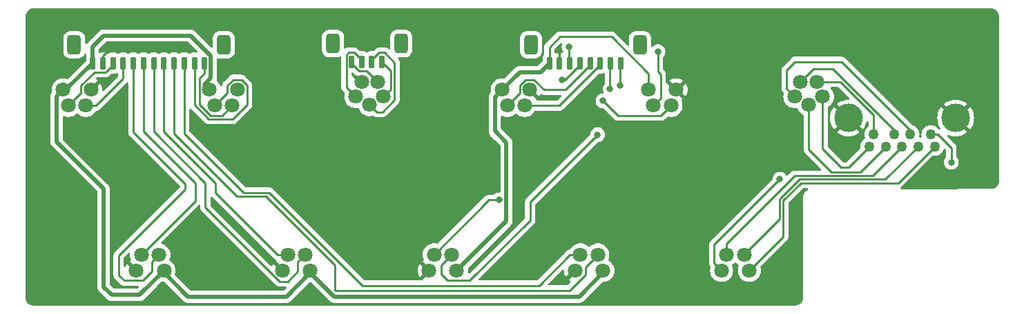
<source format=gbr>
%TF.GenerationSoftware,KiCad,Pcbnew,7.0.6*%
%TF.CreationDate,2024-03-25T03:04:45-04:00*%
%TF.ProjectId,peripheral_io_main,70657269-7068-4657-9261-6c5f696f5f6d,rev?*%
%TF.SameCoordinates,Original*%
%TF.FileFunction,Copper,L1,Top*%
%TF.FilePolarity,Positive*%
%FSLAX46Y46*%
G04 Gerber Fmt 4.6, Leading zero omitted, Abs format (unit mm)*
G04 Created by KiCad (PCBNEW 7.0.6) date 2024-03-25 03:04:45*
%MOMM*%
%LPD*%
G01*
G04 APERTURE LIST*
G04 Aperture macros list*
%AMRoundRect*
0 Rectangle with rounded corners*
0 $1 Rounding radius*
0 $2 $3 $4 $5 $6 $7 $8 $9 X,Y pos of 4 corners*
0 Add a 4 corners polygon primitive as box body*
4,1,4,$2,$3,$4,$5,$6,$7,$8,$9,$2,$3,0*
0 Add four circle primitives for the rounded corners*
1,1,$1+$1,$2,$3*
1,1,$1+$1,$4,$5*
1,1,$1+$1,$6,$7*
1,1,$1+$1,$8,$9*
0 Add four rect primitives between the rounded corners*
20,1,$1+$1,$2,$3,$4,$5,0*
20,1,$1+$1,$4,$5,$6,$7,0*
20,1,$1+$1,$6,$7,$8,$9,0*
20,1,$1+$1,$8,$9,$2,$3,0*%
G04 Aperture macros list end*
%TA.AperFunction,ComponentPad*%
%ADD10C,1.800000*%
%TD*%
%TA.AperFunction,SMDPad,CuDef*%
%ADD11RoundRect,0.425000X-0.425000X-0.775000X0.425000X-0.775000X0.425000X0.775000X-0.425000X0.775000X0*%
%TD*%
%TA.AperFunction,SMDPad,CuDef*%
%ADD12RoundRect,0.150000X-0.150000X-0.650000X0.150000X-0.650000X0.150000X0.650000X-0.150000X0.650000X0*%
%TD*%
%TA.AperFunction,ComponentPad*%
%ADD13C,1.260000*%
%TD*%
%TA.AperFunction,ComponentPad*%
%ADD14C,3.500000*%
%TD*%
%TA.AperFunction,ViaPad*%
%ADD15C,0.800000*%
%TD*%
%TA.AperFunction,Conductor*%
%ADD16C,0.250000*%
%TD*%
%TA.AperFunction,Conductor*%
%ADD17C,0.500000*%
%TD*%
G04 APERTURE END LIST*
D10*
%TO.P,J1,1,Pin_1*%
%TO.N,sg5v*%
X120197613Y-89671880D03*
%TO.P,J1,2,Pin_2*%
%TO.N,Net-(J1-Pin_2)*%
X120822707Y-91621879D03*
%TO.P,J1,3,Pin_3*%
%TO.N,GND*%
X123597657Y-89671880D03*
%TO.P,J1,4,Pin_4*%
%TO.N,Net-(J1-Pin_4)*%
X122972634Y-91621879D03*
%TD*%
%TO.P,J6,1,Pin_1*%
%TO.N,oth5v*%
X191961213Y-89671880D03*
%TO.P,J6,2,Pin_2*%
%TO.N,Net-(J14-Pin_6)*%
X192586307Y-91621879D03*
%TO.P,J6,3,Pin_3*%
%TO.N,GND*%
X195361257Y-89671880D03*
%TO.P,J6,4,Pin_4*%
%TO.N,Net-(J14-Pin_5)*%
X194736234Y-91621879D03*
%TD*%
%TO.P,J9,1,Pin_1*%
%TO.N,oth5v*%
X174020313Y-89671880D03*
%TO.P,J9,2,Pin_2*%
%TO.N,Net-(J14-Pin_4)*%
X174645407Y-91621879D03*
%TO.P,J9,3,Pin_3*%
%TO.N,GND*%
X177420357Y-89671880D03*
%TO.P,J9,4,Pin_4*%
%TO.N,Net-(J14-Pin_3)*%
X176795334Y-91621879D03*
%TD*%
%TO.P,J8,1,Pin_1*%
%TO.N,Net-(J19-Pin_9)*%
X204331757Y-111899378D03*
%TO.P,J8,2,Pin_2*%
%TO.N,Net-(J19-Pin_8)*%
X203706663Y-109949379D03*
%TO.P,J8,3,Pin_3*%
%TO.N,Net-(J19-Pin_1)*%
X200931713Y-111899378D03*
%TO.P,J8,4,Pin_4*%
%TO.N,Net-(J19-Pin_7)*%
X201556736Y-109949379D03*
%TD*%
%TO.P,J3,1,Pin_1*%
%TO.N,sg5v*%
X150509057Y-111899378D03*
%TO.P,J3,2,Pin_2*%
%TO.N,Net-(J12-Pin_6)*%
X149883963Y-109949379D03*
%TO.P,J3,3,Pin_3*%
%TO.N,GND*%
X147109013Y-111899378D03*
%TO.P,J3,4,Pin_4*%
%TO.N,Net-(J12-Pin_5)*%
X147734036Y-109949379D03*
%TD*%
%TO.P,J11,1,Pin_1*%
%TO.N,Net-(J11-Pin_1)*%
X213304235Y-90527679D03*
%TO.P,J11,2,Pin_2*%
%TO.N,Net-(J11-Pin_2)*%
X212580235Y-88724679D03*
%TO.P,J11,3,Pin_3*%
%TO.N,Net-(J11-Pin_3)*%
X209900235Y-90527679D03*
%TO.P,J11,4,Pin_4*%
%TO.N,Net-(J11-Pin_4)*%
X210624235Y-88724679D03*
%TO.P,J11,5,Pin_5*%
%TO.N,Net-(J11-Pin_5)*%
X211602235Y-91518679D03*
%TD*%
%TO.P,J2,1,Pin_1*%
%TO.N,sg5v*%
X132568157Y-111899378D03*
%TO.P,J2,2,Pin_2*%
%TO.N,Net-(J12-Pin_8)*%
X131943063Y-109949379D03*
%TO.P,J2,3,Pin_3*%
%TO.N,GND*%
X129168113Y-111899378D03*
%TO.P,J2,4,Pin_4*%
%TO.N,Net-(J12-Pin_7)*%
X129793136Y-109949379D03*
%TD*%
%TO.P,J10,1,Pin_1*%
%TO.N,Net-(J10-Pin_1)*%
X159481435Y-90527679D03*
%TO.P,J10,2,Pin_2*%
%TO.N,Net-(J10-Pin_2)*%
X158757435Y-88724679D03*
%TO.P,J10,3,Pin_3*%
%TO.N,Net-(J10-Pin_3)*%
X156077435Y-90527679D03*
%TO.P,J10,4,Pin_4*%
%TO.N,GND*%
X156801435Y-88724679D03*
%TO.P,J10,5,Pin_5*%
%TO.N,Net-(J10-Pin_5)*%
X157779435Y-91518679D03*
%TD*%
D11*
%TO.P,J14,*%
%TO.N,*%
X177567500Y-84146100D03*
X190917500Y-84146100D03*
D12*
%TO.P,J14,1,Pin_1*%
%TO.N,Net-(J14-Pin_1)*%
X188567500Y-86396100D03*
%TO.P,J14,2,Pin_2*%
%TO.N,Net-(J14-Pin_2)*%
X187317500Y-86396100D03*
%TO.P,J14,3,Pin_3*%
%TO.N,Net-(J14-Pin_3)*%
X186067500Y-86396100D03*
%TO.P,J14,4,Pin_4*%
%TO.N,Net-(J14-Pin_4)*%
X184817500Y-86396100D03*
%TO.P,J14,5,Pin_5*%
%TO.N,Net-(J14-Pin_5)*%
X183567500Y-86396100D03*
%TO.P,J14,6,Pin_6*%
%TO.N,Net-(J14-Pin_6)*%
X182317500Y-86396100D03*
%TO.P,J14,7,Pin_7*%
%TO.N,GND*%
X181067500Y-86396100D03*
%TO.P,J14,8,Pin_8*%
%TO.N,oth5v*%
X179817500Y-86396100D03*
%TD*%
D11*
%TO.P,J12,*%
%TO.N,*%
X121555100Y-84146100D03*
X139905100Y-84146100D03*
D12*
%TO.P,J12,1,Pin_1*%
%TO.N,Net-(J12-Pin_1)*%
X137555100Y-86396100D03*
%TO.P,J12,2,Pin_2*%
%TO.N,Net-(J12-Pin_2)*%
X136305100Y-86396100D03*
%TO.P,J12,3,Pin_3*%
%TO.N,Net-(J12-Pin_3)*%
X135055100Y-86396100D03*
%TO.P,J12,4,Pin_4*%
%TO.N,Net-(J12-Pin_4)*%
X133805100Y-86396100D03*
%TO.P,J12,5,Pin_5*%
%TO.N,Net-(J12-Pin_5)*%
X132555100Y-86396100D03*
%TO.P,J12,6,Pin_6*%
%TO.N,Net-(J12-Pin_6)*%
X131305100Y-86396100D03*
%TO.P,J12,7,Pin_7*%
%TO.N,Net-(J12-Pin_7)*%
X130055100Y-86396100D03*
%TO.P,J12,8,Pin_8*%
%TO.N,Net-(J12-Pin_8)*%
X128805100Y-86396100D03*
%TO.P,J12,9,Pin_9*%
%TO.N,Net-(J1-Pin_4)*%
X127555100Y-86396100D03*
%TO.P,J12,10,Pin_10*%
%TO.N,Net-(J1-Pin_2)*%
X126305100Y-86396100D03*
%TO.P,J12,11,Pin_11*%
%TO.N,GND*%
X125055100Y-86396100D03*
%TO.P,J12,12,Pin_12*%
%TO.N,sg5v*%
X123805100Y-86396100D03*
%TD*%
D10*
%TO.P,J4,1,Pin_1*%
%TO.N,sg5v*%
X186390857Y-111899378D03*
%TO.P,J4,2,Pin_2*%
%TO.N,Net-(J12-Pin_4)*%
X185765763Y-109949379D03*
%TO.P,J4,3,Pin_3*%
%TO.N,GND*%
X182990813Y-111899378D03*
%TO.P,J4,4,Pin_4*%
%TO.N,Net-(J12-Pin_3)*%
X183615836Y-109949379D03*
%TD*%
D13*
%TO.P,J19,1,Pin_1*%
%TO.N,Net-(J19-Pin_1)*%
X226560000Y-95150000D03*
%TO.P,J19,2,Pin_2*%
%TO.N,Net-(J11-Pin_3)*%
X224060000Y-95150000D03*
%TO.P,J19,3,Pin_3*%
%TO.N,Net-(J11-Pin_4)*%
X222060000Y-95150000D03*
%TO.P,J19,4,Pin_4*%
%TO.N,Net-(J11-Pin_2)*%
X219560000Y-95150000D03*
%TO.P,J19,5,Pin_5*%
%TO.N,Net-(J11-Pin_1)*%
X219060000Y-96650000D03*
%TO.P,J19,6,Pin_6*%
%TO.N,Net-(J11-Pin_5)*%
X221060000Y-96650000D03*
%TO.P,J19,7,Pin_7*%
%TO.N,Net-(J19-Pin_7)*%
X223060000Y-96650000D03*
%TO.P,J19,8,Pin_8*%
%TO.N,Net-(J19-Pin_8)*%
X225060000Y-96650000D03*
%TO.P,J19,9,Pin_9*%
%TO.N,Net-(J19-Pin_9)*%
X227060000Y-96650000D03*
D14*
%TO.P,J19,10,Pin_10*%
%TO.N,GND*%
X216490000Y-93150000D03*
%TO.P,J19,11,Pin_11*%
X229630000Y-93150000D03*
%TD*%
D10*
%TO.P,J5,1,Pin_1*%
%TO.N,sg5v*%
X138138513Y-89671880D03*
%TO.P,J5,2,Pin_2*%
%TO.N,Net-(J12-Pin_2)*%
X138763607Y-91621879D03*
%TO.P,J5,3,Pin_3*%
%TO.N,GND*%
X141538557Y-89671880D03*
%TO.P,J5,4,Pin_4*%
%TO.N,Net-(J12-Pin_1)*%
X140913534Y-91621879D03*
%TD*%
%TO.P,J7,1,Pin_1*%
%TO.N,oth5v*%
X168449957Y-111899378D03*
%TO.P,J7,2,Pin_2*%
%TO.N,Net-(J14-Pin_2)*%
X167824863Y-109949379D03*
%TO.P,J7,3,Pin_3*%
%TO.N,GND*%
X165049913Y-111899378D03*
%TO.P,J7,4,Pin_4*%
%TO.N,Net-(J14-Pin_1)*%
X165674936Y-109949379D03*
%TD*%
D11*
%TO.P,J13,*%
%TO.N,*%
X153290900Y-83993700D03*
X161640900Y-83993700D03*
D12*
%TO.P,J13,1,Pin_1*%
%TO.N,Net-(J10-Pin_1)*%
X159290900Y-86243700D03*
%TO.P,J13,2,Pin_2*%
%TO.N,Net-(J10-Pin_5)*%
X158040900Y-86243700D03*
%TO.P,J13,3,Pin_3*%
%TO.N,Net-(J10-Pin_3)*%
X156790900Y-86243700D03*
%TO.P,J13,4,Pin_4*%
%TO.N,Net-(J10-Pin_2)*%
X155540900Y-86243700D03*
%TD*%
D15*
%TO.N,GND*%
X168198800Y-85191600D03*
X205790800Y-95605600D03*
X198221600Y-101549200D03*
X125984000Y-84582000D03*
X181000400Y-84937600D03*
X147167600Y-89712800D03*
X147167600Y-82600800D03*
X194056000Y-113842800D03*
X166776400Y-93573600D03*
X156768800Y-107035600D03*
X128727200Y-99314000D03*
X138785600Y-110998000D03*
X202031600Y-89306400D03*
X150774400Y-98044000D03*
X118059200Y-105968800D03*
X190703200Y-102920800D03*
X157683200Y-99669600D03*
%TO.N,Net-(J14-Pin_6)*%
X182219600Y-84378800D03*
X193141600Y-84988400D03*
%TO.N,Net-(J14-Pin_5)*%
X186385200Y-91033600D03*
X181406800Y-88442800D03*
%TO.N,Net-(J14-Pin_2)*%
X187248800Y-89560400D03*
X185724800Y-95199200D03*
%TO.N,Net-(J14-Pin_1)*%
X173634400Y-103225600D03*
X188468000Y-89103200D03*
%TO.N,Net-(J19-Pin_1)*%
X208076800Y-100685600D03*
X229108000Y-98602800D03*
%TD*%
D16*
%TO.N,Net-(J14-Pin_6)*%
X193486307Y-87796930D02*
X193141600Y-87452223D01*
X193486307Y-90721879D02*
X193486307Y-87796930D01*
X192586307Y-91621879D02*
X193486307Y-90721879D01*
%TO.N,Net-(J14-Pin_4)*%
X179152769Y-89671880D02*
X181763471Y-89671880D01*
X176195357Y-89164468D02*
X176912945Y-88446880D01*
X177927769Y-88446880D02*
X179152769Y-89671880D01*
X176195357Y-90071929D02*
X176195357Y-89164468D01*
X174645407Y-91621879D02*
X176195357Y-90071929D01*
X176912945Y-88446880D02*
X177927769Y-88446880D01*
%TO.N,Net-(J12-Pin_2)*%
X138051679Y-93296879D02*
X136305100Y-91550300D01*
X140970946Y-93296879D02*
X138051679Y-93296879D01*
X142763557Y-91504268D02*
X140970946Y-93296879D01*
X142763557Y-89164468D02*
X142763557Y-91504268D01*
X142045969Y-88446880D02*
X142763557Y-89164468D01*
X141031145Y-88446880D02*
X142045969Y-88446880D01*
X140313557Y-89164468D02*
X141031145Y-88446880D01*
X140313557Y-90071929D02*
X140313557Y-89164468D01*
X138763607Y-91621879D02*
X140313557Y-90071929D01*
%TO.N,Net-(J1-Pin_2)*%
X126305100Y-86617851D02*
X126305100Y-86396100D01*
X125401851Y-87521100D02*
X126305100Y-86617851D01*
X124016025Y-87521100D02*
X125401851Y-87521100D01*
X122372657Y-89164468D02*
X124016025Y-87521100D01*
X122372657Y-90071929D02*
X122372657Y-89164468D01*
X120822707Y-91621879D02*
X122372657Y-90071929D01*
%TO.N,Net-(J12-Pin_8)*%
X128805100Y-94910700D02*
X128805100Y-86396100D01*
X127000000Y-110032800D02*
X135138800Y-101894000D01*
X129953622Y-113124378D02*
X127653178Y-113124378D01*
X135138800Y-101244400D02*
X128805100Y-94910700D01*
X127000000Y-112471200D02*
X127000000Y-110032800D01*
X135138800Y-101894000D02*
X135138800Y-101244400D01*
X131043063Y-112034937D02*
X129953622Y-113124378D01*
X131043063Y-110849379D02*
X131043063Y-112034937D01*
X127653178Y-113124378D02*
X127000000Y-112471200D01*
X131943063Y-109949379D02*
X131043063Y-110849379D01*
%TO.N,Net-(J12-Pin_6)*%
X146710400Y-113233200D02*
X137638800Y-104161600D01*
X147777200Y-113233200D02*
X146710400Y-113233200D01*
X137638800Y-101142800D02*
X131305100Y-94809100D01*
X148983963Y-112026437D02*
X147777200Y-113233200D01*
X131305100Y-94809100D02*
X131305100Y-86396100D01*
X148983963Y-110849379D02*
X148983963Y-112026437D01*
X137638800Y-104161600D02*
X137638800Y-101142800D01*
X149883963Y-109949379D02*
X148983963Y-110849379D01*
%TO.N,Net-(J14-Pin_2)*%
X177468404Y-103455596D02*
X185724800Y-95199200D01*
X170058826Y-113124378D02*
X177468404Y-105714800D01*
X177468404Y-105714800D02*
X177468404Y-103455596D01*
X167277178Y-113124378D02*
X170058826Y-113124378D01*
X166522400Y-112369600D02*
X167277178Y-113124378D01*
X166522400Y-111251842D02*
X166522400Y-112369600D01*
X167824863Y-109949379D02*
X166522400Y-111251842D01*
%TO.N,Net-(J12-Pin_4)*%
X133805100Y-95030851D02*
X133805100Y-86396100D01*
X153487029Y-111221429D02*
X145026800Y-102761200D01*
X182271803Y-114350800D02*
X153487029Y-114350800D01*
X153487029Y-114350800D02*
X153487029Y-111221429D01*
X184215813Y-112406790D02*
X182271803Y-114350800D01*
X141535449Y-102761200D02*
X133805100Y-95030851D01*
X184215813Y-111499329D02*
X184215813Y-112406790D01*
X145026800Y-102761200D02*
X141535449Y-102761200D01*
X185765763Y-109949379D02*
X184215813Y-111499329D01*
D17*
%TO.N,sg5v*%
X125155000Y-101838172D02*
X119380000Y-96063172D01*
X138305100Y-88205293D02*
X138305100Y-85497572D01*
X119380000Y-96063172D02*
X119380000Y-90489493D01*
X132568157Y-111899378D02*
X129557935Y-114909600D01*
X138138513Y-89671880D02*
X137488513Y-89021880D01*
X120529320Y-89671880D02*
X123805100Y-86396100D01*
X129557935Y-114909600D02*
X126136028Y-114909600D01*
X138305100Y-85497572D02*
X135814728Y-83007200D01*
X125155000Y-113928572D02*
X125155000Y-101838172D01*
X119380000Y-90489493D02*
X120197613Y-89671880D01*
X135494957Y-115112800D02*
X132568157Y-112186000D01*
X153435857Y-115112800D02*
X150509057Y-112186000D01*
X135814728Y-83007200D02*
X125171200Y-83007200D01*
X150509057Y-112186000D02*
X147582257Y-115112800D01*
X183464057Y-115112800D02*
X153435857Y-115112800D01*
X137488513Y-89021880D02*
X138305100Y-88205293D01*
X123805100Y-84373300D02*
X123805100Y-86396100D01*
X186390857Y-112186000D02*
X183464057Y-115112800D01*
X147582257Y-115112800D02*
X135494957Y-115112800D01*
X126136028Y-114909600D02*
X125155000Y-113928572D01*
X125171200Y-83007200D02*
X123805100Y-84373300D01*
D16*
%TO.N,Net-(J10-Pin_2)*%
X157401456Y-87368700D02*
X156444149Y-87368700D01*
X156444149Y-87368700D02*
X155540900Y-86465451D01*
X158757435Y-88724679D02*
X157401456Y-87368700D01*
%TO.N,Net-(J1-Pin_4)*%
X124245426Y-91621879D02*
X127555100Y-88312205D01*
X127555100Y-88312205D02*
X127555100Y-86396100D01*
X122972634Y-91621879D02*
X124245426Y-91621879D01*
%TO.N,Net-(J12-Pin_7)*%
X136388800Y-101142800D02*
X130055100Y-94809100D01*
X129793136Y-109949379D02*
X136388800Y-103353715D01*
X136388800Y-103353715D02*
X136388800Y-101142800D01*
X130055100Y-94809100D02*
X130055100Y-86396100D01*
%TO.N,GND*%
X181067500Y-85004700D02*
X181000400Y-84937600D01*
X125055100Y-86396100D02*
X125055100Y-85510900D01*
X181067500Y-86396100D02*
X181067500Y-85004700D01*
X125055100Y-85510900D02*
X125984000Y-84582000D01*
D17*
%TO.N,oth5v*%
X178710600Y-87503000D02*
X179817500Y-86396100D01*
X173120313Y-94757486D02*
X173120313Y-90571880D01*
D16*
X181102000Y-83159600D02*
X179817500Y-84444100D01*
X191961213Y-87668813D02*
X187452000Y-83159600D01*
X191961213Y-89671880D02*
X191961213Y-87668813D01*
X187452000Y-83159600D02*
X181102000Y-83159600D01*
X179817500Y-84444100D02*
X179817500Y-86396100D01*
D17*
X174548800Y-96185973D02*
X173120313Y-94757486D01*
X173120313Y-90571880D02*
X174020313Y-89671880D01*
X176189193Y-87503000D02*
X174020313Y-89671880D01*
X176189193Y-87503000D02*
X178710600Y-87503000D01*
X168449957Y-111899378D02*
X174548800Y-105800535D01*
X174548800Y-105800535D02*
X174548800Y-96185973D01*
D16*
%TO.N,Net-(J12-Pin_5)*%
X138888800Y-102376935D02*
X138888800Y-101142800D01*
X138888800Y-101142800D02*
X132555100Y-94809100D01*
X147734036Y-109949379D02*
X146461244Y-109949379D01*
X132555100Y-94809100D02*
X132555100Y-86396100D01*
X146461244Y-109949379D02*
X138888800Y-102376935D01*
%TO.N,Net-(J12-Pin_3)*%
X135055100Y-95030851D02*
X135055100Y-86396100D01*
X182343044Y-109949379D02*
X178551223Y-113741200D01*
X142335449Y-102311200D02*
X135055100Y-95030851D01*
X183615836Y-109949379D02*
X182343044Y-109949379D01*
X145491200Y-102311200D02*
X142335449Y-102311200D01*
X156921200Y-113741200D02*
X145491200Y-102311200D01*
X178551223Y-113741200D02*
X156921200Y-113741200D01*
%TO.N,Net-(J12-Pin_2)*%
X136305100Y-91550300D02*
X136305100Y-86396100D01*
%TO.N,Net-(J12-Pin_1)*%
X137555100Y-87641300D02*
X137555100Y-86396100D01*
X136913513Y-91504197D02*
X136913513Y-88282887D01*
X139688534Y-92846879D02*
X138256195Y-92846879D01*
X140913534Y-91621879D02*
X139688534Y-92846879D01*
X136913513Y-88282887D02*
X137555100Y-87641300D01*
X138256195Y-92846879D02*
X136913513Y-91504197D01*
%TO.N,Net-(J14-Pin_6)*%
X193141600Y-87452223D02*
X193141600Y-84988400D01*
X182219600Y-84378800D02*
X182219600Y-86298200D01*
%TO.N,Net-(J14-Pin_5)*%
X194736234Y-91621879D02*
X193511234Y-92846879D01*
X181406800Y-88442800D02*
X181742551Y-88442800D01*
X193511234Y-92846879D02*
X188198479Y-92846879D01*
X181742551Y-88442800D02*
X183567500Y-86617851D01*
X188198479Y-92846879D02*
X186385200Y-91033600D01*
%TO.N,Net-(J10-Pin_1)*%
X160381435Y-87334235D02*
X159290900Y-86243700D01*
X159481435Y-90527679D02*
X160381435Y-89627679D01*
X160381435Y-89627679D02*
X160381435Y-87334235D01*
%TO.N,Net-(J10-Pin_3)*%
X154915900Y-89366144D02*
X154915900Y-85396949D01*
X156077435Y-90527679D02*
X154915900Y-89366144D01*
X154915900Y-85396949D02*
X155194149Y-85118700D01*
X155194149Y-85118700D02*
X155887651Y-85118700D01*
X155887651Y-85118700D02*
X156790900Y-86021949D01*
%TO.N,Net-(J10-Pin_5)*%
X160831435Y-86312484D02*
X159637651Y-85118700D01*
X157779435Y-91518679D02*
X158679435Y-92418679D01*
X158944149Y-85118700D02*
X158040900Y-86021949D01*
X158679435Y-92418679D02*
X159322847Y-92418679D01*
X159322847Y-92418679D02*
X160831435Y-90910091D01*
X160831435Y-90910091D02*
X160831435Y-86312484D01*
X159637651Y-85118700D02*
X158944149Y-85118700D01*
%TO.N,Net-(J14-Pin_2)*%
X187248800Y-89560400D02*
X187248800Y-86464800D01*
%TO.N,Net-(J14-Pin_1)*%
X165674936Y-109949379D02*
X172398715Y-103225600D01*
X172398715Y-103225600D02*
X173634400Y-103225600D01*
X188468000Y-89103200D02*
X188468000Y-86495600D01*
%TO.N,Net-(J14-Pin_4)*%
X181763471Y-89671880D02*
X184817500Y-86617851D01*
%TO.N,Net-(J14-Pin_3)*%
X176795334Y-91621879D02*
X181063472Y-91621879D01*
X181063472Y-91621879D02*
X186067500Y-86617851D01*
%TO.N,Net-(J19-Pin_7)*%
X201556736Y-109949379D02*
X201556736Y-108577264D01*
X201556736Y-108577264D02*
X209891200Y-100242800D01*
X209891200Y-100242800D02*
X219467200Y-100242800D01*
X219467200Y-100242800D02*
X223060000Y-96650000D01*
%TO.N,Net-(J19-Pin_1)*%
X229108000Y-98602800D02*
X229108000Y-96807046D01*
X229108000Y-96807046D02*
X227450954Y-95150000D01*
X200031713Y-108730687D02*
X208076800Y-100685600D01*
X200931713Y-111899378D02*
X200031713Y-110999378D01*
X200031713Y-110999378D02*
X200031713Y-108730687D01*
X227450954Y-95150000D02*
X226560000Y-95150000D01*
%TO.N,Net-(J19-Pin_8)*%
X203706663Y-109856337D02*
X208026000Y-105537000D01*
X208026000Y-103124000D02*
X210457200Y-100692800D01*
X210457200Y-100692800D02*
X221017200Y-100692800D01*
X208026000Y-105537000D02*
X208026000Y-103124000D01*
X221017200Y-100692800D02*
X225060000Y-96650000D01*
%TO.N,Net-(J19-Pin_9)*%
X222567200Y-101142800D02*
X227060000Y-96650000D01*
X204331757Y-111898243D02*
X208483200Y-107746800D01*
X208483200Y-107746800D02*
X208483200Y-103303196D01*
X210643596Y-101142800D02*
X222567200Y-101142800D01*
X208483200Y-103303196D02*
X210643596Y-101142800D01*
%TO.N,Net-(J11-Pin_5)*%
X214397600Y-99792800D02*
X217917200Y-99792800D01*
X211602235Y-91518679D02*
X211602235Y-96997435D01*
X211602235Y-96997435D02*
X214397600Y-99792800D01*
X217917200Y-99792800D02*
X221060000Y-96650000D01*
%TO.N,Net-(J11-Pin_4)*%
X214532000Y-87122000D02*
X222060000Y-94650000D01*
X210624235Y-88724679D02*
X212226914Y-87122000D01*
X212226914Y-87122000D02*
X214532000Y-87122000D01*
%TO.N,Net-(J11-Pin_3)*%
X208915000Y-89542444D02*
X208915000Y-87249000D01*
X209931000Y-86233000D02*
X215643000Y-86233000D01*
X209900235Y-90527679D02*
X208915000Y-89542444D01*
X208915000Y-87249000D02*
X209931000Y-86233000D01*
X215643000Y-86233000D02*
X224060000Y-94650000D01*
%TO.N,Net-(J11-Pin_2)*%
X215499173Y-88724679D02*
X219560000Y-92785506D01*
X212580235Y-88724679D02*
X215499173Y-88724679D01*
X219560000Y-92785506D02*
X219560000Y-95150000D01*
%TO.N,Net-(J11-Pin_1)*%
X213304235Y-96972235D02*
X215569800Y-99237800D01*
X215569800Y-99237800D02*
X216472200Y-99237800D01*
X216472200Y-99237800D02*
X219060000Y-96650000D01*
X213304235Y-90527679D02*
X213304235Y-96972235D01*
%TD*%
%TA.AperFunction,Conductor*%
%TO.N,GND*%
G36*
X136928962Y-103798133D02*
G01*
X136986183Y-103838226D01*
X137012645Y-103902891D01*
X137013300Y-103915619D01*
X137013300Y-104078855D01*
X137011575Y-104094472D01*
X137011861Y-104094499D01*
X137011126Y-104102265D01*
X137013300Y-104171414D01*
X137013300Y-104200943D01*
X137013301Y-104200960D01*
X137014168Y-104207831D01*
X137014626Y-104213650D01*
X137016090Y-104260224D01*
X137016091Y-104260227D01*
X137021680Y-104279467D01*
X137025624Y-104298511D01*
X137028136Y-104318391D01*
X137045290Y-104361719D01*
X137047182Y-104367247D01*
X137060181Y-104411988D01*
X137070380Y-104429234D01*
X137078938Y-104446703D01*
X137086314Y-104465332D01*
X137113698Y-104503023D01*
X137116906Y-104507907D01*
X137140627Y-104548016D01*
X137140633Y-104548024D01*
X137154790Y-104562180D01*
X137167428Y-104576976D01*
X137179205Y-104593186D01*
X137179206Y-104593187D01*
X137215109Y-104622888D01*
X137219420Y-104626810D01*
X141764950Y-109172340D01*
X146209594Y-113616984D01*
X146219419Y-113629248D01*
X146219640Y-113629066D01*
X146224610Y-113635073D01*
X146224613Y-113635076D01*
X146224614Y-113635077D01*
X146275051Y-113682441D01*
X146295930Y-113703320D01*
X146301404Y-113707566D01*
X146305842Y-113711356D01*
X146339818Y-113743262D01*
X146352353Y-113750153D01*
X146357373Y-113752913D01*
X146373631Y-113763592D01*
X146389464Y-113775874D01*
X146411415Y-113785372D01*
X146432237Y-113794383D01*
X146437481Y-113796952D01*
X146478308Y-113819397D01*
X146497712Y-113824379D01*
X146516110Y-113830678D01*
X146534505Y-113838638D01*
X146580529Y-113845926D01*
X146586232Y-113847107D01*
X146631381Y-113858700D01*
X146651416Y-113858700D01*
X146670813Y-113860226D01*
X146690596Y-113863360D01*
X146736983Y-113858975D01*
X146742822Y-113858700D01*
X147475626Y-113858700D01*
X147542665Y-113878385D01*
X147588420Y-113931189D01*
X147598364Y-114000347D01*
X147569339Y-114063903D01*
X147563307Y-114070381D01*
X147307708Y-114325981D01*
X147246385Y-114359466D01*
X147220027Y-114362300D01*
X135857187Y-114362300D01*
X135790148Y-114342615D01*
X135769506Y-114325981D01*
X133926973Y-112483448D01*
X133893488Y-112422125D01*
X133897061Y-112360904D01*
X133896055Y-112360650D01*
X133954288Y-112130695D01*
X133954290Y-112130686D01*
X133954291Y-112130683D01*
X133954299Y-112130596D01*
X133969866Y-111942711D01*
X133973457Y-111899378D01*
X133960479Y-111742747D01*
X133954292Y-111668080D01*
X133954290Y-111668069D01*
X133897314Y-111443077D01*
X133804081Y-111230529D01*
X133677140Y-111036230D01*
X133677137Y-111036227D01*
X133677136Y-111036225D01*
X133519941Y-110865465D01*
X133519936Y-110865461D01*
X133519934Y-110865459D01*
X133336791Y-110722913D01*
X133336776Y-110722903D01*
X133272542Y-110688141D01*
X133222951Y-110638921D01*
X133207844Y-110570705D01*
X133218002Y-110529281D01*
X133272220Y-110405679D01*
X133329197Y-110180684D01*
X133329198Y-110180676D01*
X133348363Y-109949385D01*
X133348363Y-109949372D01*
X133329198Y-109718081D01*
X133329196Y-109718070D01*
X133272220Y-109493078D01*
X133178987Y-109280530D01*
X133052046Y-109086231D01*
X133052043Y-109086228D01*
X133052042Y-109086226D01*
X132894847Y-108915466D01*
X132894842Y-108915462D01*
X132894840Y-108915460D01*
X132711697Y-108772914D01*
X132711691Y-108772910D01*
X132507567Y-108662443D01*
X132507558Y-108662440D01*
X132291289Y-108588194D01*
X132234274Y-108547808D01*
X132208143Y-108483009D01*
X132221195Y-108414369D01*
X132243868Y-108383235D01*
X136772588Y-103854516D01*
X136784842Y-103844701D01*
X136784659Y-103844479D01*
X136790667Y-103839507D01*
X136790677Y-103839501D01*
X136798908Y-103830734D01*
X136859148Y-103795341D01*
X136928962Y-103798133D01*
G37*
%TD.AperFunction*%
%TA.AperFunction,Conductor*%
G36*
X128095262Y-88756623D02*
G01*
X128152483Y-88796716D01*
X128178945Y-88861381D01*
X128179600Y-88874109D01*
X128179600Y-94827955D01*
X128177875Y-94843572D01*
X128178161Y-94843599D01*
X128177426Y-94851365D01*
X128179600Y-94920514D01*
X128179600Y-94950043D01*
X128179601Y-94950060D01*
X128180468Y-94956931D01*
X128180926Y-94962750D01*
X128182390Y-95009324D01*
X128182391Y-95009327D01*
X128187980Y-95028567D01*
X128191924Y-95047611D01*
X128194436Y-95067492D01*
X128203416Y-95090174D01*
X128211590Y-95110819D01*
X128213482Y-95116347D01*
X128226481Y-95161088D01*
X128236680Y-95178334D01*
X128245236Y-95195800D01*
X128246583Y-95199200D01*
X128252614Y-95214432D01*
X128279998Y-95252123D01*
X128283206Y-95257007D01*
X128306927Y-95297116D01*
X128306933Y-95297124D01*
X128321090Y-95311280D01*
X128333727Y-95326075D01*
X128345506Y-95342287D01*
X128371733Y-95363984D01*
X128381409Y-95371988D01*
X128385720Y-95375910D01*
X131585791Y-98575981D01*
X134476981Y-101467171D01*
X134510466Y-101528494D01*
X134513300Y-101554852D01*
X134513300Y-101583546D01*
X134493615Y-101650585D01*
X134476981Y-101671227D01*
X126616208Y-109531999D01*
X126603951Y-109541820D01*
X126604134Y-109542041D01*
X126598123Y-109547013D01*
X126550772Y-109597436D01*
X126529889Y-109618319D01*
X126529877Y-109618332D01*
X126525621Y-109623817D01*
X126521837Y-109628247D01*
X126489937Y-109662218D01*
X126489936Y-109662220D01*
X126480284Y-109679776D01*
X126469610Y-109696026D01*
X126457329Y-109711861D01*
X126457324Y-109711868D01*
X126438815Y-109754638D01*
X126436245Y-109759884D01*
X126413803Y-109800706D01*
X126408822Y-109820107D01*
X126402521Y-109838510D01*
X126394562Y-109856902D01*
X126394561Y-109856905D01*
X126387271Y-109902927D01*
X126386087Y-109908646D01*
X126374501Y-109953772D01*
X126374500Y-109953782D01*
X126374500Y-109973816D01*
X126372973Y-109993216D01*
X126369839Y-110012994D01*
X126374224Y-110059380D01*
X126374499Y-110065217D01*
X126374499Y-112388455D01*
X126372776Y-112404072D01*
X126373061Y-112404099D01*
X126372326Y-112411865D01*
X126374500Y-112481014D01*
X126374500Y-112510543D01*
X126374501Y-112510560D01*
X126375368Y-112517431D01*
X126375826Y-112523250D01*
X126377290Y-112569824D01*
X126377291Y-112569827D01*
X126382880Y-112589067D01*
X126386824Y-112608111D01*
X126388325Y-112619990D01*
X126389336Y-112627991D01*
X126406490Y-112671319D01*
X126408382Y-112676847D01*
X126421381Y-112721588D01*
X126431580Y-112738834D01*
X126440136Y-112756300D01*
X126442604Y-112762531D01*
X126447514Y-112774932D01*
X126474898Y-112812623D01*
X126478106Y-112817507D01*
X126501827Y-112857616D01*
X126501833Y-112857624D01*
X126515990Y-112871780D01*
X126528628Y-112886576D01*
X126540405Y-112902786D01*
X126540406Y-112902787D01*
X126576309Y-112932488D01*
X126580620Y-112936410D01*
X127121313Y-113477104D01*
X127152375Y-113508166D01*
X127162200Y-113520429D01*
X127162421Y-113520247D01*
X127167392Y-113526256D01*
X127193395Y-113550673D01*
X127217813Y-113573604D01*
X127238707Y-113594498D01*
X127244189Y-113598751D01*
X127248621Y-113602535D01*
X127282596Y-113634440D01*
X127300154Y-113644092D01*
X127316413Y-113654773D01*
X127332242Y-113667051D01*
X127375016Y-113685560D01*
X127380234Y-113688116D01*
X127421086Y-113710575D01*
X127440494Y-113715558D01*
X127458895Y-113721858D01*
X127477282Y-113729815D01*
X127520666Y-113736686D01*
X127523297Y-113737103D01*
X127529017Y-113738287D01*
X127574159Y-113749878D01*
X127594194Y-113749878D01*
X127613592Y-113751404D01*
X127633372Y-113754537D01*
X127633373Y-113754538D01*
X127633373Y-113754537D01*
X127633374Y-113754538D01*
X127679761Y-113750153D01*
X127685600Y-113749878D01*
X129356927Y-113749878D01*
X129423966Y-113769563D01*
X129469721Y-113822367D01*
X129479665Y-113891525D01*
X129450640Y-113955081D01*
X129444608Y-113961559D01*
X129283386Y-114122781D01*
X129222063Y-114156266D01*
X129195705Y-114159100D01*
X126498258Y-114159100D01*
X126431219Y-114139415D01*
X126410577Y-114122781D01*
X126179321Y-113891525D01*
X125941816Y-113654019D01*
X125908333Y-113592699D01*
X125905499Y-113566350D01*
X125905499Y-101901875D01*
X125906809Y-101883901D01*
X125907843Y-101876846D01*
X125910289Y-101860149D01*
X125910219Y-101859354D01*
X125905736Y-101808111D01*
X125905500Y-101802704D01*
X125905500Y-101794469D01*
X125905500Y-101794468D01*
X125905500Y-101794463D01*
X125901691Y-101761879D01*
X125894998Y-101685374D01*
X125894996Y-101685369D01*
X125893538Y-101678305D01*
X125893597Y-101678292D01*
X125891967Y-101670936D01*
X125891908Y-101670951D01*
X125890242Y-101663925D01*
X125890241Y-101663917D01*
X125863973Y-101591745D01*
X125854858Y-101564237D01*
X125839815Y-101518838D01*
X125836763Y-101512293D01*
X125836817Y-101512267D01*
X125833533Y-101505484D01*
X125833480Y-101505512D01*
X125830238Y-101499058D01*
X125830237Y-101499055D01*
X125788038Y-101434895D01*
X125747712Y-101369516D01*
X125747711Y-101369515D01*
X125747710Y-101369513D01*
X125743234Y-101363853D01*
X125743280Y-101363815D01*
X125738519Y-101357971D01*
X125738474Y-101358010D01*
X125733834Y-101352480D01*
X125677982Y-101299785D01*
X120166819Y-95788622D01*
X120133334Y-95727299D01*
X120130500Y-95700941D01*
X120130500Y-93038647D01*
X120150185Y-92971608D01*
X120202989Y-92925853D01*
X120272147Y-92915909D01*
X120294763Y-92921366D01*
X120477722Y-92984176D01*
X120477724Y-92984176D01*
X120477726Y-92984177D01*
X120706658Y-93022379D01*
X120706659Y-93022379D01*
X120938755Y-93022379D01*
X120938756Y-93022379D01*
X121167688Y-92984177D01*
X121387210Y-92908815D01*
X121591333Y-92798349D01*
X121615610Y-92779454D01*
X121669592Y-92737438D01*
X121774491Y-92655792D01*
X121774495Y-92655787D01*
X121774498Y-92655785D01*
X121803744Y-92624014D01*
X121806439Y-92621086D01*
X121866323Y-92585095D01*
X121936162Y-92587193D01*
X121988898Y-92621082D01*
X122020850Y-92655792D01*
X122020853Y-92655794D01*
X122020856Y-92655797D01*
X122203999Y-92798343D01*
X122204005Y-92798347D01*
X122204008Y-92798349D01*
X122408131Y-92908815D01*
X122509972Y-92943777D01*
X122627649Y-92984176D01*
X122627651Y-92984176D01*
X122627653Y-92984177D01*
X122856585Y-93022379D01*
X122856586Y-93022379D01*
X123088682Y-93022379D01*
X123088683Y-93022379D01*
X123317615Y-92984177D01*
X123537137Y-92908815D01*
X123741260Y-92798349D01*
X123765537Y-92779454D01*
X123819519Y-92737438D01*
X123924418Y-92655792D01*
X124081613Y-92485032D01*
X124201158Y-92302053D01*
X124254302Y-92256699D01*
X124301070Y-92245938D01*
X124344053Y-92244588D01*
X124363295Y-92238996D01*
X124382338Y-92235053D01*
X124402218Y-92232543D01*
X124445548Y-92215386D01*
X124451072Y-92213496D01*
X124454822Y-92212406D01*
X124495816Y-92200497D01*
X124513055Y-92190301D01*
X124530529Y-92181741D01*
X124549153Y-92174367D01*
X124549153Y-92174366D01*
X124549158Y-92174365D01*
X124586875Y-92146961D01*
X124591731Y-92143771D01*
X124631846Y-92120049D01*
X124646015Y-92105878D01*
X124660805Y-92093247D01*
X124677013Y-92081473D01*
X124706725Y-92045555D01*
X124710638Y-92041255D01*
X127938888Y-88813006D01*
X127951142Y-88803191D01*
X127950959Y-88802969D01*
X127956967Y-88797997D01*
X127956977Y-88797991D01*
X127965208Y-88789224D01*
X128025448Y-88753831D01*
X128095262Y-88756623D01*
G37*
%TD.AperFunction*%
%TA.AperFunction,Conductor*%
G36*
X181505699Y-111773824D02*
G01*
X181561633Y-111815695D01*
X181586050Y-111881160D01*
X181585977Y-111894249D01*
X181586015Y-111894249D01*
X181586015Y-111899383D01*
X181605174Y-112130596D01*
X181662130Y-112355513D01*
X181755329Y-112567987D01*
X181839624Y-112697011D01*
X182428039Y-112108596D01*
X182466714Y-112201966D01*
X182562888Y-112327303D01*
X182688225Y-112423477D01*
X182781591Y-112462150D01*
X182192012Y-113051729D01*
X182222465Y-113075430D01*
X182361784Y-113150826D01*
X182411375Y-113200046D01*
X182426483Y-113268262D01*
X182402313Y-113333818D01*
X182390448Y-113347562D01*
X182049031Y-113688981D01*
X181987708Y-113722466D01*
X181961350Y-113725300D01*
X179751075Y-113725300D01*
X179684036Y-113705615D01*
X179638281Y-113652811D01*
X179628337Y-113583653D01*
X179657362Y-113520097D01*
X179663394Y-113513619D01*
X179932233Y-113244780D01*
X181374690Y-111802322D01*
X181436008Y-111768840D01*
X181505699Y-111773824D01*
G37*
%TD.AperFunction*%
%TA.AperFunction,Conductor*%
G36*
X128317590Y-109702312D02*
G01*
X128373523Y-109744184D01*
X128397940Y-109809648D01*
X128397833Y-109828729D01*
X128388191Y-109945101D01*
X128387836Y-109949383D01*
X128387836Y-109949385D01*
X128407000Y-110180676D01*
X128407002Y-110180687D01*
X128463978Y-110405679D01*
X128518409Y-110529768D01*
X128527312Y-110599068D01*
X128497335Y-110662180D01*
X128463872Y-110688632D01*
X128399759Y-110723329D01*
X128369313Y-110747024D01*
X128369313Y-110747025D01*
X128958892Y-111336604D01*
X128865525Y-111375279D01*
X128740188Y-111471453D01*
X128644014Y-111596789D01*
X128605339Y-111690157D01*
X128016925Y-111101743D01*
X127932629Y-111230769D01*
X127932627Y-111230773D01*
X127863055Y-111389382D01*
X127818099Y-111442868D01*
X127751363Y-111463558D01*
X127684035Y-111444883D01*
X127637492Y-111392773D01*
X127625499Y-111339574D01*
X127625499Y-110343250D01*
X127645184Y-110276212D01*
X127661813Y-110255575D01*
X128186577Y-109730811D01*
X128247898Y-109697328D01*
X128317590Y-109702312D01*
G37*
%TD.AperFunction*%
%TA.AperFunction,Conductor*%
G36*
X138469503Y-102842674D02*
G01*
X138475981Y-102848706D01*
X145960441Y-110333167D01*
X145970266Y-110345430D01*
X145970487Y-110345248D01*
X145975458Y-110351257D01*
X146001461Y-110375674D01*
X146025879Y-110398605D01*
X146046773Y-110419499D01*
X146052255Y-110423752D01*
X146056687Y-110427536D01*
X146090662Y-110459441D01*
X146108220Y-110469093D01*
X146124477Y-110479772D01*
X146140308Y-110492052D01*
X146159981Y-110500565D01*
X146183077Y-110510561D01*
X146188321Y-110513129D01*
X146229152Y-110535576D01*
X146241767Y-110538814D01*
X146248549Y-110540556D01*
X146266953Y-110546856D01*
X146267965Y-110547294D01*
X146321676Y-110591981D01*
X146342700Y-110658612D01*
X146324363Y-110726033D01*
X146310559Y-110741448D01*
X146310213Y-110747025D01*
X146899792Y-111336604D01*
X146806425Y-111375279D01*
X146681088Y-111471453D01*
X146584914Y-111596789D01*
X146546240Y-111690157D01*
X145957825Y-111101743D01*
X145873529Y-111230769D01*
X145873522Y-111230781D01*
X145860763Y-111259869D01*
X145815806Y-111313354D01*
X145749069Y-111334042D01*
X145681742Y-111315365D01*
X145659528Y-111297737D01*
X138300619Y-103938828D01*
X138267134Y-103877505D01*
X138264300Y-103851147D01*
X138264300Y-102936387D01*
X138283985Y-102869348D01*
X138336789Y-102823593D01*
X138405947Y-102813649D01*
X138469503Y-102842674D01*
G37*
%TD.AperFunction*%
%TA.AperFunction,Conductor*%
G36*
X178571543Y-90469514D02*
G01*
X178655841Y-90340486D01*
X178680781Y-90283630D01*
X178725737Y-90230144D01*
X178792472Y-90209454D01*
X178843578Y-90219636D01*
X178874614Y-90233065D01*
X178879850Y-90235632D01*
X178920677Y-90258077D01*
X178940081Y-90263059D01*
X178958479Y-90269358D01*
X178976874Y-90277318D01*
X179022898Y-90284606D01*
X179028601Y-90285787D01*
X179073750Y-90297380D01*
X179093785Y-90297380D01*
X179113182Y-90298906D01*
X179132965Y-90302040D01*
X179179352Y-90297655D01*
X179185191Y-90297380D01*
X181204018Y-90297380D01*
X181271057Y-90317065D01*
X181316812Y-90369869D01*
X181326756Y-90439027D01*
X181297731Y-90502583D01*
X181291699Y-90509061D01*
X180840700Y-90960060D01*
X180779377Y-90993545D01*
X180753019Y-90996379D01*
X178340405Y-90996379D01*
X178273366Y-90976694D01*
X178227611Y-90923890D01*
X178216643Y-90864695D01*
X178219155Y-90824231D01*
X177629577Y-90234653D01*
X177722945Y-90195979D01*
X177848282Y-90099805D01*
X177944456Y-89974469D01*
X177983129Y-89881100D01*
X178571543Y-90469514D01*
G37*
%TD.AperFunction*%
%TA.AperFunction,Conductor*%
G36*
X126876463Y-87636863D02*
G01*
X126920227Y-87691328D01*
X126929599Y-87738619D01*
X126929599Y-88001751D01*
X126909914Y-88068790D01*
X126893280Y-88089432D01*
X125213784Y-89768928D01*
X125152461Y-89802413D01*
X125082769Y-89797429D01*
X125026836Y-89755557D01*
X125002419Y-89690093D01*
X125002494Y-89677009D01*
X125002455Y-89677009D01*
X125002454Y-89671874D01*
X124983295Y-89440661D01*
X124926339Y-89215744D01*
X124833140Y-89003270D01*
X124748843Y-88874244D01*
X124160429Y-89462658D01*
X124121756Y-89369292D01*
X124025582Y-89243955D01*
X123900245Y-89147781D01*
X123806876Y-89109106D01*
X124396456Y-88519527D01*
X124366004Y-88495827D01*
X124226684Y-88420431D01*
X124177093Y-88371212D01*
X124161985Y-88302995D01*
X124186155Y-88237439D01*
X124198015Y-88223700D01*
X124238797Y-88182918D01*
X124300121Y-88149433D01*
X124326478Y-88146600D01*
X125319108Y-88146600D01*
X125334728Y-88148324D01*
X125334755Y-88148039D01*
X125342511Y-88148771D01*
X125342518Y-88148773D01*
X125411665Y-88146600D01*
X125441201Y-88146600D01*
X125448079Y-88145730D01*
X125453892Y-88145272D01*
X125500478Y-88143809D01*
X125519720Y-88138217D01*
X125538763Y-88134274D01*
X125558643Y-88131764D01*
X125601973Y-88114607D01*
X125607497Y-88112717D01*
X125611247Y-88111627D01*
X125652241Y-88099718D01*
X125669480Y-88089522D01*
X125686954Y-88080962D01*
X125705578Y-88073588D01*
X125705578Y-88073587D01*
X125705583Y-88073586D01*
X125743300Y-88046182D01*
X125748156Y-88042992D01*
X125788271Y-88019270D01*
X125802440Y-88005099D01*
X125817230Y-87992468D01*
X125833438Y-87980694D01*
X125863150Y-87944776D01*
X125867063Y-87940476D01*
X126074623Y-87732916D01*
X126135945Y-87699434D01*
X126162303Y-87696600D01*
X126520796Y-87696600D01*
X126539231Y-87695149D01*
X126557669Y-87693698D01*
X126557671Y-87693697D01*
X126557673Y-87693697D01*
X126640280Y-87669697D01*
X126715498Y-87647844D01*
X126742479Y-87631887D01*
X126810200Y-87614704D01*
X126876463Y-87636863D01*
G37*
%TD.AperFunction*%
%TA.AperFunction,Conductor*%
G36*
X135519537Y-83777385D02*
G01*
X135540179Y-83794019D01*
X136631508Y-84885348D01*
X136664993Y-84946671D01*
X136660009Y-85016363D01*
X136618137Y-85072296D01*
X136552673Y-85096713D01*
X136534099Y-85096647D01*
X136520796Y-85095600D01*
X136520794Y-85095600D01*
X136089406Y-85095600D01*
X136089404Y-85095600D01*
X136052532Y-85098501D01*
X136052526Y-85098502D01*
X135894706Y-85144354D01*
X135894703Y-85144355D01*
X135746520Y-85231990D01*
X135745354Y-85230019D01*
X135691042Y-85251332D01*
X135622527Y-85237640D01*
X135613695Y-85231964D01*
X135613680Y-85231990D01*
X135520120Y-85176659D01*
X135465498Y-85144356D01*
X135465497Y-85144355D01*
X135465496Y-85144355D01*
X135465493Y-85144354D01*
X135307673Y-85098502D01*
X135307667Y-85098501D01*
X135270796Y-85095600D01*
X135270794Y-85095600D01*
X134839406Y-85095600D01*
X134839404Y-85095600D01*
X134802532Y-85098501D01*
X134802526Y-85098502D01*
X134644706Y-85144354D01*
X134644703Y-85144355D01*
X134496520Y-85231990D01*
X134495354Y-85230019D01*
X134441042Y-85251332D01*
X134372527Y-85237640D01*
X134363695Y-85231964D01*
X134363680Y-85231990D01*
X134270120Y-85176659D01*
X134215498Y-85144356D01*
X134215497Y-85144355D01*
X134215496Y-85144355D01*
X134215493Y-85144354D01*
X134057673Y-85098502D01*
X134057667Y-85098501D01*
X134020796Y-85095600D01*
X134020794Y-85095600D01*
X133589406Y-85095600D01*
X133589404Y-85095600D01*
X133552532Y-85098501D01*
X133552526Y-85098502D01*
X133394706Y-85144354D01*
X133394703Y-85144355D01*
X133246520Y-85231990D01*
X133245354Y-85230019D01*
X133191042Y-85251332D01*
X133122527Y-85237640D01*
X133113695Y-85231964D01*
X133113680Y-85231990D01*
X133020120Y-85176659D01*
X132965498Y-85144356D01*
X132965497Y-85144355D01*
X132965496Y-85144355D01*
X132965493Y-85144354D01*
X132807673Y-85098502D01*
X132807667Y-85098501D01*
X132770796Y-85095600D01*
X132770794Y-85095600D01*
X132339406Y-85095600D01*
X132339404Y-85095600D01*
X132302532Y-85098501D01*
X132302526Y-85098502D01*
X132144706Y-85144354D01*
X132144703Y-85144355D01*
X131996520Y-85231990D01*
X131995354Y-85230019D01*
X131941042Y-85251332D01*
X131872527Y-85237640D01*
X131863695Y-85231964D01*
X131863680Y-85231990D01*
X131770120Y-85176659D01*
X131715498Y-85144356D01*
X131715497Y-85144355D01*
X131715496Y-85144355D01*
X131715493Y-85144354D01*
X131557673Y-85098502D01*
X131557667Y-85098501D01*
X131520796Y-85095600D01*
X131520794Y-85095600D01*
X131089406Y-85095600D01*
X131089404Y-85095600D01*
X131052532Y-85098501D01*
X131052526Y-85098502D01*
X130894706Y-85144354D01*
X130894703Y-85144355D01*
X130746520Y-85231990D01*
X130745354Y-85230019D01*
X130691042Y-85251332D01*
X130622527Y-85237640D01*
X130613695Y-85231964D01*
X130613680Y-85231990D01*
X130520120Y-85176659D01*
X130465498Y-85144356D01*
X130465497Y-85144355D01*
X130465496Y-85144355D01*
X130465493Y-85144354D01*
X130307673Y-85098502D01*
X130307667Y-85098501D01*
X130270796Y-85095600D01*
X130270794Y-85095600D01*
X129839406Y-85095600D01*
X129839404Y-85095600D01*
X129802532Y-85098501D01*
X129802526Y-85098502D01*
X129644706Y-85144354D01*
X129644703Y-85144355D01*
X129496520Y-85231990D01*
X129495354Y-85230019D01*
X129441042Y-85251332D01*
X129372527Y-85237640D01*
X129363695Y-85231964D01*
X129363680Y-85231990D01*
X129270120Y-85176659D01*
X129215498Y-85144356D01*
X129215497Y-85144355D01*
X129215496Y-85144355D01*
X129215493Y-85144354D01*
X129057673Y-85098502D01*
X129057667Y-85098501D01*
X129020796Y-85095600D01*
X129020794Y-85095600D01*
X128589406Y-85095600D01*
X128589404Y-85095600D01*
X128552532Y-85098501D01*
X128552526Y-85098502D01*
X128394706Y-85144354D01*
X128394703Y-85144355D01*
X128246520Y-85231990D01*
X128245354Y-85230019D01*
X128191042Y-85251332D01*
X128122527Y-85237640D01*
X128113695Y-85231964D01*
X128113680Y-85231990D01*
X128020120Y-85176659D01*
X127965498Y-85144356D01*
X127965497Y-85144355D01*
X127965496Y-85144355D01*
X127965493Y-85144354D01*
X127807673Y-85098502D01*
X127807667Y-85098501D01*
X127770796Y-85095600D01*
X127770794Y-85095600D01*
X127339406Y-85095600D01*
X127339404Y-85095600D01*
X127302532Y-85098501D01*
X127302526Y-85098502D01*
X127144706Y-85144354D01*
X127144703Y-85144355D01*
X126996520Y-85231990D01*
X126995354Y-85230019D01*
X126941042Y-85251332D01*
X126872527Y-85237640D01*
X126863695Y-85231964D01*
X126863680Y-85231990D01*
X126770120Y-85176659D01*
X126715498Y-85144356D01*
X126715497Y-85144355D01*
X126715496Y-85144355D01*
X126715493Y-85144354D01*
X126557673Y-85098502D01*
X126557667Y-85098501D01*
X126520796Y-85095600D01*
X126520794Y-85095600D01*
X126089406Y-85095600D01*
X126089404Y-85095600D01*
X126052532Y-85098501D01*
X126052526Y-85098502D01*
X125894706Y-85144354D01*
X125894703Y-85144355D01*
X125746520Y-85231990D01*
X125745429Y-85230145D01*
X125690637Y-85251651D01*
X125622121Y-85237962D01*
X125613392Y-85232352D01*
X125613371Y-85232388D01*
X125465296Y-85144817D01*
X125465293Y-85144816D01*
X125307595Y-85099000D01*
X125307589Y-85098999D01*
X125270744Y-85096100D01*
X124839456Y-85096100D01*
X124802610Y-85098999D01*
X124802604Y-85099000D01*
X124714195Y-85124686D01*
X124644325Y-85124487D01*
X124585655Y-85086545D01*
X124556812Y-85022906D01*
X124555600Y-85005610D01*
X124555600Y-84735528D01*
X124575285Y-84668489D01*
X124591914Y-84647852D01*
X125445748Y-83794019D01*
X125507071Y-83760534D01*
X125533429Y-83757700D01*
X135452498Y-83757700D01*
X135519537Y-83777385D01*
G37*
%TD.AperFunction*%
%TA.AperFunction,Conductor*%
G36*
X181281790Y-83966914D02*
G01*
X181337723Y-84008786D01*
X181362140Y-84074250D01*
X181356387Y-84121413D01*
X181333927Y-84190539D01*
X181333927Y-84190540D01*
X181333926Y-84190544D01*
X181314140Y-84378800D01*
X181333926Y-84567056D01*
X181333927Y-84567059D01*
X181392418Y-84747077D01*
X181392421Y-84747084D01*
X181487066Y-84911015D01*
X181490885Y-84916271D01*
X181488936Y-84917686D01*
X181514438Y-84970856D01*
X181505798Y-85040189D01*
X181461044Y-85093845D01*
X181394387Y-85114787D01*
X181357459Y-85109885D01*
X181319995Y-85099000D01*
X181319989Y-85098999D01*
X181283144Y-85096100D01*
X180851856Y-85096100D01*
X180815010Y-85098999D01*
X180815004Y-85099000D01*
X180657306Y-85144816D01*
X180657300Y-85144818D01*
X180630119Y-85160893D01*
X180562394Y-85178074D01*
X180496132Y-85155913D01*
X180452370Y-85101447D01*
X180443000Y-85054160D01*
X180443000Y-84754552D01*
X180462685Y-84687513D01*
X180479319Y-84666871D01*
X180896380Y-84249810D01*
X181150776Y-83995414D01*
X181212098Y-83961930D01*
X181281790Y-83966914D01*
G37*
%TD.AperFunction*%
%TA.AperFunction,Conductor*%
G36*
X155750735Y-87563885D02*
G01*
X155771377Y-87580519D01*
X155943346Y-87752488D01*
X155953171Y-87764751D01*
X155953392Y-87764569D01*
X155958363Y-87770578D01*
X155972464Y-87783819D01*
X156008784Y-87817926D01*
X156029678Y-87838820D01*
X156035160Y-87843073D01*
X156039592Y-87846857D01*
X156073567Y-87878762D01*
X156091125Y-87888414D01*
X156107382Y-87899093D01*
X156123213Y-87911373D01*
X156142886Y-87919886D01*
X156165982Y-87929882D01*
X156171226Y-87932450D01*
X156212057Y-87954897D01*
X156224672Y-87958135D01*
X156231454Y-87959877D01*
X156249868Y-87966181D01*
X156268253Y-87974138D01*
X156314306Y-87981432D01*
X156319975Y-87982606D01*
X156365130Y-87994200D01*
X156373147Y-87994200D01*
X156440186Y-88013885D01*
X156460828Y-88030519D01*
X156592214Y-88161905D01*
X156498847Y-88200580D01*
X156373510Y-88296754D01*
X156277336Y-88422090D01*
X156238661Y-88515458D01*
X155640379Y-87917176D01*
X155609478Y-87911481D01*
X155558521Y-87863678D01*
X155541400Y-87800807D01*
X155541400Y-87668200D01*
X155561085Y-87601161D01*
X155613889Y-87555406D01*
X155665400Y-87544200D01*
X155683696Y-87544200D01*
X155750735Y-87563885D01*
G37*
%TD.AperFunction*%
%TA.AperFunction,Conductor*%
G36*
X233958934Y-79655135D02*
G01*
X234001713Y-79658881D01*
X234128088Y-79671339D01*
X234148007Y-79674966D01*
X234214656Y-79692835D01*
X234307945Y-79721150D01*
X234324334Y-79727423D01*
X234391771Y-79758887D01*
X234394762Y-79760383D01*
X234478756Y-79805303D01*
X234485082Y-79809192D01*
X234551250Y-79855551D01*
X234555015Y-79858409D01*
X234627243Y-79917720D01*
X234631748Y-79921806D01*
X234654165Y-79944237D01*
X234689237Y-79979332D01*
X234693325Y-79983846D01*
X234752585Y-80056109D01*
X234755447Y-80059884D01*
X234801756Y-80126077D01*
X234805650Y-80132421D01*
X234850501Y-80216420D01*
X234852012Y-80219446D01*
X234883413Y-80286867D01*
X234889686Y-80303285D01*
X234917934Y-80396577D01*
X234935768Y-80463274D01*
X234939383Y-80483191D01*
X234951460Y-80606230D01*
X234955514Y-80652887D01*
X234955747Y-80658295D01*
X234943250Y-100874364D01*
X234943011Y-100879767D01*
X234939243Y-100922559D01*
X234926758Y-101048607D01*
X234923126Y-101068520D01*
X234905259Y-101135109D01*
X234876994Y-101228184D01*
X234870719Y-101244572D01*
X234839309Y-101311910D01*
X234837798Y-101314931D01*
X234792997Y-101398738D01*
X234789106Y-101405071D01*
X234742832Y-101471170D01*
X234739975Y-101474937D01*
X234680814Y-101547052D01*
X234676731Y-101551559D01*
X234619307Y-101609018D01*
X234614803Y-101613103D01*
X234542730Y-101672303D01*
X234538965Y-101675162D01*
X234472884Y-101721485D01*
X234466553Y-101725379D01*
X234382785Y-101770226D01*
X234379765Y-101771738D01*
X234312434Y-101803196D01*
X234296050Y-101809481D01*
X234203011Y-101837797D01*
X234136418Y-101855709D01*
X234116506Y-101859354D01*
X233990632Y-101871899D01*
X233947650Y-101875710D01*
X233942248Y-101875953D01*
X225785691Y-101885996D01*
X222986894Y-101889442D01*
X222919831Y-101869841D01*
X222874011Y-101817093D01*
X222863983Y-101747947D01*
X222892929Y-101684356D01*
X222923622Y-101658710D01*
X222953620Y-101640970D01*
X222967789Y-101626799D01*
X222982579Y-101614168D01*
X222998787Y-101602394D01*
X223028499Y-101566476D01*
X223032412Y-101562176D01*
X226790104Y-97804484D01*
X226851425Y-97771001D01*
X226900567Y-97770279D01*
X226955244Y-97780500D01*
X226955245Y-97780500D01*
X227164754Y-97780500D01*
X227164756Y-97780500D01*
X227370701Y-97742002D01*
X227566066Y-97666317D01*
X227744197Y-97556023D01*
X227899029Y-97414876D01*
X228025288Y-97247681D01*
X228118676Y-97060133D01*
X228140191Y-96984514D01*
X228177467Y-96925426D01*
X228240776Y-96895868D01*
X228310016Y-96905229D01*
X228347136Y-96930772D01*
X228446181Y-97029817D01*
X228479666Y-97091140D01*
X228482500Y-97117498D01*
X228482500Y-97904112D01*
X228462815Y-97971151D01*
X228450650Y-97987084D01*
X228375466Y-98070584D01*
X228280821Y-98234515D01*
X228280818Y-98234522D01*
X228222327Y-98414540D01*
X228222326Y-98414544D01*
X228202540Y-98602800D01*
X228222326Y-98791056D01*
X228222327Y-98791059D01*
X228280818Y-98971077D01*
X228280821Y-98971084D01*
X228375467Y-99135016D01*
X228404536Y-99167300D01*
X228502129Y-99275688D01*
X228655265Y-99386948D01*
X228655270Y-99386951D01*
X228828192Y-99463942D01*
X228828197Y-99463944D01*
X229013354Y-99503300D01*
X229013355Y-99503300D01*
X229202644Y-99503300D01*
X229202646Y-99503300D01*
X229387803Y-99463944D01*
X229560730Y-99386951D01*
X229713871Y-99275688D01*
X229840533Y-99135016D01*
X229935179Y-98971084D01*
X229993674Y-98791056D01*
X230013460Y-98602800D01*
X229993674Y-98414544D01*
X229935179Y-98234516D01*
X229840533Y-98070584D01*
X229765350Y-97987084D01*
X229735120Y-97924092D01*
X229733500Y-97904112D01*
X229733500Y-96889788D01*
X229735224Y-96874168D01*
X229734939Y-96874142D01*
X229735671Y-96866386D01*
X229735673Y-96866379D01*
X229733500Y-96797231D01*
X229733500Y-96767696D01*
X229732631Y-96760818D01*
X229732172Y-96754989D01*
X229730709Y-96708418D01*
X229725122Y-96689190D01*
X229721174Y-96670130D01*
X229718663Y-96650250D01*
X229701512Y-96606933D01*
X229699619Y-96601404D01*
X229686618Y-96556655D01*
X229686616Y-96556652D01*
X229677360Y-96541002D01*
X229676422Y-96539416D01*
X229667861Y-96521940D01*
X229660487Y-96503316D01*
X229655782Y-96496840D01*
X229633079Y-96465591D01*
X229629888Y-96460732D01*
X229629763Y-96460521D01*
X229606170Y-96420626D01*
X229606168Y-96420624D01*
X229606165Y-96420620D01*
X229592006Y-96406461D01*
X229579368Y-96391665D01*
X229577465Y-96389046D01*
X229567594Y-96375459D01*
X229531688Y-96345755D01*
X229527376Y-96341832D01*
X228874165Y-95688621D01*
X228610852Y-95425307D01*
X228577367Y-95363984D01*
X228582351Y-95294292D01*
X228624223Y-95238359D01*
X228689687Y-95213942D01*
X228753380Y-95226415D01*
X228767115Y-95233188D01*
X229046400Y-95327994D01*
X229046415Y-95327998D01*
X229335675Y-95385535D01*
X229335687Y-95385537D01*
X229629999Y-95404827D01*
X229924312Y-95385537D01*
X229924324Y-95385535D01*
X230213584Y-95327998D01*
X230213599Y-95327994D01*
X230492888Y-95233187D01*
X230757406Y-95102741D01*
X230757419Y-95102734D01*
X231002650Y-94938877D01*
X231036039Y-94909593D01*
X231036040Y-94909592D01*
X230267459Y-94141012D01*
X230424984Y-94022056D01*
X230571687Y-93861129D01*
X230618720Y-93785167D01*
X231389592Y-94556040D01*
X231389593Y-94556039D01*
X231418877Y-94522650D01*
X231582734Y-94277419D01*
X231582741Y-94277406D01*
X231713187Y-94012888D01*
X231807994Y-93733599D01*
X231807998Y-93733584D01*
X231865535Y-93444324D01*
X231865537Y-93444312D01*
X231884827Y-93149999D01*
X231865537Y-92855687D01*
X231865535Y-92855675D01*
X231807998Y-92566415D01*
X231807994Y-92566400D01*
X231713187Y-92287111D01*
X231582741Y-92022593D01*
X231582734Y-92022580D01*
X231418875Y-91777348D01*
X231418872Y-91777344D01*
X231389593Y-91743959D01*
X231389592Y-91743959D01*
X230618719Y-92514831D01*
X230571687Y-92438871D01*
X230424984Y-92277944D01*
X230267458Y-92158986D01*
X231036039Y-91390406D01*
X231002648Y-91361122D01*
X230757419Y-91197265D01*
X230757406Y-91197258D01*
X230492888Y-91066812D01*
X230213599Y-90972005D01*
X230213584Y-90972001D01*
X229924324Y-90914464D01*
X229924312Y-90914462D01*
X229630000Y-90895172D01*
X229335687Y-90914462D01*
X229335675Y-90914464D01*
X229046415Y-90972001D01*
X229046400Y-90972005D01*
X228767111Y-91066812D01*
X228502593Y-91197258D01*
X228502580Y-91197265D01*
X228257350Y-91361123D01*
X228223958Y-91390406D01*
X228992540Y-92158987D01*
X228835016Y-92277944D01*
X228688313Y-92438871D01*
X228641279Y-92514832D01*
X227870406Y-91743958D01*
X227841123Y-91777350D01*
X227677265Y-92022580D01*
X227677258Y-92022593D01*
X227546812Y-92287111D01*
X227452005Y-92566400D01*
X227452001Y-92566415D01*
X227394464Y-92855675D01*
X227394462Y-92855687D01*
X227375172Y-93149999D01*
X227394462Y-93444312D01*
X227394464Y-93444324D01*
X227452001Y-93733584D01*
X227452005Y-93733599D01*
X227546812Y-94012888D01*
X227677258Y-94277406D01*
X227677265Y-94277419D01*
X227725360Y-94349397D01*
X227746238Y-94416074D01*
X227727754Y-94483454D01*
X227675775Y-94530145D01*
X227606805Y-94541321D01*
X227602863Y-94540762D01*
X227590867Y-94538862D01*
X227580820Y-94537271D01*
X227575105Y-94536087D01*
X227540088Y-94527096D01*
X227480051Y-94491357D01*
X227471978Y-94481725D01*
X227399029Y-94385124D01*
X227399026Y-94385121D01*
X227399023Y-94385118D01*
X227244199Y-94243978D01*
X227244194Y-94243974D01*
X227066069Y-94133684D01*
X227066063Y-94133682D01*
X226870701Y-94057998D01*
X226664756Y-94019500D01*
X226455244Y-94019500D01*
X226249299Y-94057998D01*
X226125752Y-94105860D01*
X226053936Y-94133682D01*
X226053930Y-94133684D01*
X225875805Y-94243974D01*
X225875800Y-94243978D01*
X225720976Y-94385118D01*
X225720973Y-94385121D01*
X225594712Y-94552318D01*
X225501328Y-94739856D01*
X225501323Y-94739869D01*
X225443987Y-94941381D01*
X225433471Y-95054879D01*
X225407685Y-95119816D01*
X225364569Y-95150701D01*
X225399503Y-95170740D01*
X225431693Y-95232753D01*
X225433471Y-95245120D01*
X225443987Y-95358618D01*
X225453214Y-95391044D01*
X225452628Y-95460912D01*
X225414361Y-95519370D01*
X225350564Y-95547861D01*
X225311164Y-95546868D01*
X225265686Y-95538367D01*
X225203405Y-95506699D01*
X225168131Y-95446387D01*
X225169204Y-95382543D01*
X225176012Y-95358619D01*
X225186529Y-95245119D01*
X225212315Y-95180183D01*
X225255430Y-95149297D01*
X225220497Y-95129259D01*
X225188307Y-95067246D01*
X225186529Y-95054879D01*
X225176012Y-94941381D01*
X225170075Y-94920514D01*
X225118676Y-94739867D01*
X225099209Y-94700773D01*
X225061770Y-94625585D01*
X225025288Y-94552319D01*
X224899029Y-94385124D01*
X224899026Y-94385121D01*
X224899023Y-94385118D01*
X224744199Y-94243978D01*
X224744194Y-94243974D01*
X224566069Y-94133684D01*
X224566063Y-94133681D01*
X224448034Y-94087957D01*
X224370701Y-94057998D01*
X224370698Y-94057997D01*
X224365524Y-94055993D01*
X224322637Y-94028047D01*
X220237614Y-89943024D01*
X216143803Y-85849212D01*
X216133980Y-85836950D01*
X216133759Y-85837134D01*
X216128786Y-85831123D01*
X216110159Y-85813631D01*
X216078364Y-85783773D01*
X216067919Y-85773328D01*
X216057475Y-85762883D01*
X216051986Y-85758625D01*
X216047561Y-85754847D01*
X216013582Y-85722938D01*
X216013580Y-85722936D01*
X216013577Y-85722935D01*
X215996029Y-85713288D01*
X215979763Y-85702604D01*
X215963933Y-85690325D01*
X215921168Y-85671818D01*
X215915922Y-85669248D01*
X215875093Y-85646803D01*
X215875092Y-85646802D01*
X215855693Y-85641822D01*
X215837281Y-85635518D01*
X215818898Y-85627562D01*
X215818892Y-85627560D01*
X215772874Y-85620272D01*
X215767152Y-85619087D01*
X215722021Y-85607500D01*
X215722019Y-85607500D01*
X215701984Y-85607500D01*
X215682586Y-85605973D01*
X215675162Y-85604797D01*
X215662805Y-85602840D01*
X215662804Y-85602840D01*
X215616416Y-85607225D01*
X215610578Y-85607500D01*
X210013743Y-85607500D01*
X209998122Y-85605775D01*
X209998096Y-85606061D01*
X209990334Y-85605327D01*
X209990333Y-85605327D01*
X209921186Y-85607500D01*
X209891649Y-85607500D01*
X209884766Y-85608369D01*
X209878949Y-85608826D01*
X209832373Y-85610290D01*
X209813129Y-85615881D01*
X209794079Y-85619825D01*
X209774211Y-85622334D01*
X209730884Y-85639488D01*
X209725358Y-85641379D01*
X209680614Y-85654379D01*
X209680610Y-85654381D01*
X209663366Y-85664579D01*
X209645905Y-85673133D01*
X209627274Y-85680510D01*
X209627262Y-85680517D01*
X209589570Y-85707902D01*
X209584687Y-85711109D01*
X209544580Y-85734829D01*
X209530414Y-85748995D01*
X209515624Y-85761627D01*
X209499414Y-85773404D01*
X209499411Y-85773407D01*
X209469710Y-85809309D01*
X209465777Y-85813631D01*
X208531208Y-86748199D01*
X208518951Y-86758020D01*
X208519134Y-86758241D01*
X208513123Y-86763213D01*
X208465772Y-86813636D01*
X208444889Y-86834518D01*
X208444877Y-86834532D01*
X208440621Y-86840017D01*
X208436837Y-86844447D01*
X208404937Y-86878418D01*
X208404936Y-86878420D01*
X208395284Y-86895976D01*
X208384610Y-86912226D01*
X208372329Y-86928061D01*
X208372324Y-86928068D01*
X208353815Y-86970838D01*
X208351245Y-86976084D01*
X208328803Y-87016906D01*
X208323822Y-87036307D01*
X208317521Y-87054710D01*
X208309562Y-87073102D01*
X208309561Y-87073105D01*
X208302271Y-87119127D01*
X208301087Y-87124846D01*
X208289501Y-87169972D01*
X208289500Y-87169982D01*
X208289500Y-87190016D01*
X208287973Y-87209415D01*
X208284840Y-87229194D01*
X208284840Y-87229195D01*
X208289225Y-87275583D01*
X208289500Y-87281421D01*
X208289500Y-89459699D01*
X208287775Y-89475316D01*
X208288061Y-89475343D01*
X208287326Y-89483109D01*
X208289500Y-89552258D01*
X208289500Y-89581787D01*
X208289501Y-89581804D01*
X208290368Y-89588675D01*
X208290826Y-89594494D01*
X208292290Y-89641068D01*
X208292291Y-89641071D01*
X208297880Y-89660311D01*
X208301824Y-89679355D01*
X208304336Y-89699236D01*
X208308574Y-89709940D01*
X208321490Y-89742563D01*
X208323382Y-89748091D01*
X208334219Y-89785391D01*
X208336382Y-89792834D01*
X208339277Y-89797730D01*
X208346580Y-89810078D01*
X208355136Y-89827544D01*
X208362514Y-89846176D01*
X208389898Y-89883867D01*
X208393106Y-89888751D01*
X208416827Y-89928860D01*
X208416833Y-89928868D01*
X208430990Y-89943024D01*
X208443627Y-89957819D01*
X208455406Y-89974031D01*
X208488035Y-90001024D01*
X208491309Y-90003732D01*
X208495620Y-90007654D01*
X208510236Y-90022270D01*
X208518885Y-90030919D01*
X208552370Y-90092242D01*
X208551410Y-90149040D01*
X208514101Y-90296369D01*
X208514099Y-90296381D01*
X208494935Y-90527672D01*
X208494935Y-90527685D01*
X208514099Y-90758976D01*
X208514101Y-90758987D01*
X208571077Y-90983979D01*
X208664310Y-91196527D01*
X208791251Y-91390826D01*
X208791254Y-91390830D01*
X208791256Y-91390832D01*
X208948451Y-91561592D01*
X208948454Y-91561594D01*
X208948457Y-91561597D01*
X209131600Y-91704143D01*
X209131606Y-91704147D01*
X209131609Y-91704149D01*
X209335732Y-91814615D01*
X209412656Y-91841023D01*
X209555250Y-91889976D01*
X209555252Y-91889976D01*
X209555254Y-91889977D01*
X209784186Y-91928179D01*
X209784187Y-91928179D01*
X210016283Y-91928179D01*
X210016284Y-91928179D01*
X210141240Y-91907327D01*
X210210603Y-91915709D01*
X210264425Y-91960261D01*
X210275204Y-91979826D01*
X210366310Y-92187527D01*
X210493251Y-92381826D01*
X210493254Y-92381830D01*
X210493256Y-92381832D01*
X210650451Y-92552592D01*
X210650454Y-92552594D01*
X210650457Y-92552597D01*
X210833600Y-92695143D01*
X210833611Y-92695150D01*
X210911752Y-92737438D01*
X210961343Y-92786657D01*
X210976735Y-92846493D01*
X210976735Y-96914690D01*
X210975010Y-96930307D01*
X210975296Y-96930334D01*
X210974561Y-96938100D01*
X210976735Y-97007249D01*
X210976735Y-97036778D01*
X210976736Y-97036795D01*
X210977603Y-97043666D01*
X210978061Y-97049485D01*
X210979525Y-97096059D01*
X210979526Y-97096062D01*
X210985115Y-97115302D01*
X210989059Y-97134346D01*
X210991571Y-97154226D01*
X211008725Y-97197554D01*
X211010617Y-97203082D01*
X211023617Y-97247825D01*
X211026936Y-97253438D01*
X211033815Y-97265069D01*
X211042373Y-97282538D01*
X211049749Y-97301167D01*
X211077133Y-97338858D01*
X211080341Y-97343742D01*
X211104062Y-97383851D01*
X211104068Y-97383859D01*
X211118225Y-97398015D01*
X211130863Y-97412811D01*
X211142640Y-97429021D01*
X211142641Y-97429022D01*
X211178544Y-97458723D01*
X211182855Y-97462645D01*
X212691286Y-98971077D01*
X213125828Y-99405619D01*
X213159313Y-99466942D01*
X213154329Y-99536634D01*
X213112457Y-99592567D01*
X213046993Y-99616984D01*
X213038147Y-99617300D01*
X209973943Y-99617300D01*
X209958322Y-99615575D01*
X209958296Y-99615861D01*
X209950534Y-99615127D01*
X209950533Y-99615127D01*
X209881386Y-99617300D01*
X209851849Y-99617300D01*
X209844966Y-99618169D01*
X209839149Y-99618626D01*
X209792573Y-99620090D01*
X209773329Y-99625681D01*
X209754279Y-99629625D01*
X209734411Y-99632134D01*
X209691084Y-99649288D01*
X209685558Y-99651179D01*
X209640814Y-99664179D01*
X209640810Y-99664181D01*
X209623566Y-99674379D01*
X209606105Y-99682933D01*
X209587474Y-99690310D01*
X209587462Y-99690317D01*
X209549770Y-99717702D01*
X209544887Y-99720909D01*
X209504780Y-99744629D01*
X209490614Y-99758795D01*
X209475824Y-99771427D01*
X209459614Y-99783204D01*
X209459611Y-99783207D01*
X209429910Y-99819109D01*
X209425977Y-99823431D01*
X209028537Y-100220871D01*
X208967214Y-100254356D01*
X208897522Y-100249372D01*
X208841589Y-100207500D01*
X208833472Y-100195194D01*
X208809333Y-100153384D01*
X208682671Y-100012712D01*
X208682670Y-100012711D01*
X208529534Y-99901451D01*
X208529529Y-99901448D01*
X208356607Y-99824457D01*
X208356602Y-99824455D01*
X208210801Y-99793465D01*
X208171446Y-99785100D01*
X207982154Y-99785100D01*
X207949697Y-99791998D01*
X207796997Y-99824455D01*
X207796992Y-99824457D01*
X207624070Y-99901448D01*
X207624065Y-99901451D01*
X207470929Y-100012711D01*
X207344266Y-100153385D01*
X207249621Y-100317315D01*
X207249618Y-100317322D01*
X207191127Y-100497340D01*
X207191126Y-100497344D01*
X207189029Y-100517300D01*
X207173479Y-100665249D01*
X207146894Y-100729863D01*
X207137839Y-100739968D01*
X199647921Y-108229886D01*
X199635664Y-108239707D01*
X199635847Y-108239928D01*
X199629836Y-108244900D01*
X199582485Y-108295323D01*
X199561602Y-108316206D01*
X199561590Y-108316219D01*
X199557334Y-108321704D01*
X199553550Y-108326134D01*
X199521650Y-108360105D01*
X199521649Y-108360107D01*
X199511997Y-108377663D01*
X199501323Y-108393913D01*
X199489042Y-108409748D01*
X199489037Y-108409755D01*
X199470528Y-108452525D01*
X199467958Y-108457771D01*
X199445516Y-108498593D01*
X199440535Y-108517994D01*
X199434234Y-108536397D01*
X199426275Y-108554789D01*
X199426274Y-108554792D01*
X199418984Y-108600814D01*
X199417800Y-108606533D01*
X199406214Y-108651659D01*
X199406213Y-108651669D01*
X199406213Y-108671703D01*
X199404686Y-108691102D01*
X199401553Y-108710881D01*
X199401553Y-108710882D01*
X199405938Y-108757270D01*
X199406213Y-108763108D01*
X199406213Y-110916633D01*
X199404488Y-110932250D01*
X199404774Y-110932277D01*
X199404039Y-110940043D01*
X199406213Y-111009192D01*
X199406213Y-111038721D01*
X199406214Y-111038738D01*
X199407081Y-111045609D01*
X199407539Y-111051428D01*
X199409003Y-111098002D01*
X199409004Y-111098005D01*
X199414593Y-111117245D01*
X199418537Y-111136289D01*
X199421049Y-111156170D01*
X199422808Y-111160613D01*
X199438203Y-111199497D01*
X199440095Y-111205025D01*
X199447578Y-111230781D01*
X199453095Y-111249768D01*
X199459068Y-111259869D01*
X199463293Y-111267012D01*
X199471851Y-111284481D01*
X199479227Y-111303110D01*
X199506611Y-111340801D01*
X199509819Y-111345685D01*
X199533540Y-111385794D01*
X199533546Y-111385802D01*
X199547703Y-111399958D01*
X199560342Y-111414755D01*
X199562813Y-111418156D01*
X199586293Y-111483962D01*
X199582701Y-111521482D01*
X199545578Y-111668076D01*
X199526413Y-111899371D01*
X199526413Y-111899384D01*
X199545577Y-112130675D01*
X199545579Y-112130686D01*
X199602555Y-112355678D01*
X199695788Y-112568226D01*
X199822729Y-112762525D01*
X199822732Y-112762529D01*
X199822734Y-112762531D01*
X199979929Y-112933291D01*
X199979932Y-112933293D01*
X199979935Y-112933296D01*
X200163078Y-113075842D01*
X200163084Y-113075846D01*
X200163087Y-113075848D01*
X200236727Y-113115700D01*
X200351368Y-113177741D01*
X200367210Y-113186314D01*
X200481200Y-113225446D01*
X200586728Y-113261675D01*
X200586730Y-113261675D01*
X200586732Y-113261676D01*
X200815664Y-113299878D01*
X200815665Y-113299878D01*
X201047761Y-113299878D01*
X201047762Y-113299878D01*
X201276694Y-113261676D01*
X201496216Y-113186314D01*
X201700339Y-113075848D01*
X201883497Y-112933291D01*
X202040692Y-112762531D01*
X202167637Y-112568227D01*
X202260870Y-112355678D01*
X202317847Y-112130683D01*
X202317848Y-112130675D01*
X202337013Y-111899384D01*
X202337013Y-111899371D01*
X202317848Y-111668080D01*
X202317846Y-111668069D01*
X202309093Y-111633505D01*
X202260870Y-111443078D01*
X202206639Y-111319445D01*
X202197737Y-111250148D01*
X202227714Y-111187035D01*
X202261173Y-111160585D01*
X202325362Y-111125849D01*
X202508520Y-110983292D01*
X202508524Y-110983287D01*
X202508527Y-110983285D01*
X202522223Y-110968406D01*
X202540468Y-110948586D01*
X202600352Y-110912595D01*
X202670191Y-110914693D01*
X202722927Y-110948582D01*
X202754879Y-110983292D01*
X202754882Y-110983294D01*
X202754885Y-110983297D01*
X202938028Y-111125843D01*
X202938038Y-111125850D01*
X202957341Y-111136296D01*
X203002276Y-111160613D01*
X203051867Y-111209832D01*
X203066975Y-111278048D01*
X203056815Y-111319478D01*
X203002600Y-111443077D01*
X202945623Y-111668069D01*
X202945621Y-111668080D01*
X202926457Y-111899371D01*
X202926457Y-111899384D01*
X202945621Y-112130675D01*
X202945623Y-112130686D01*
X203002599Y-112355678D01*
X203095832Y-112568226D01*
X203222773Y-112762525D01*
X203222776Y-112762529D01*
X203222778Y-112762531D01*
X203379973Y-112933291D01*
X203379976Y-112933293D01*
X203379979Y-112933296D01*
X203563122Y-113075842D01*
X203563128Y-113075846D01*
X203563131Y-113075848D01*
X203636771Y-113115700D01*
X203751412Y-113177741D01*
X203767254Y-113186314D01*
X203881244Y-113225446D01*
X203986772Y-113261675D01*
X203986774Y-113261675D01*
X203986776Y-113261676D01*
X204215708Y-113299878D01*
X204215709Y-113299878D01*
X204447805Y-113299878D01*
X204447806Y-113299878D01*
X204676738Y-113261676D01*
X204896260Y-113186314D01*
X205100383Y-113075848D01*
X205283541Y-112933291D01*
X205440736Y-112762531D01*
X205567681Y-112568227D01*
X205660914Y-112355678D01*
X205717891Y-112130683D01*
X205717892Y-112130675D01*
X205737057Y-111899384D01*
X205737057Y-111899371D01*
X205717892Y-111668080D01*
X205717891Y-111668076D01*
X205717891Y-111668073D01*
X205680351Y-111519833D01*
X205682976Y-111450013D01*
X205712874Y-111401714D01*
X208866988Y-108247601D01*
X208879242Y-108237786D01*
X208879059Y-108237564D01*
X208885066Y-108232592D01*
X208885077Y-108232586D01*
X208915975Y-108199682D01*
X208932427Y-108182164D01*
X208942871Y-108171718D01*
X208953320Y-108161271D01*
X208957579Y-108155778D01*
X208961352Y-108151361D01*
X208993262Y-108117382D01*
X209002915Y-108099820D01*
X209013589Y-108083570D01*
X209025873Y-108067736D01*
X209044380Y-108024967D01*
X209046949Y-108019724D01*
X209069396Y-107978893D01*
X209069397Y-107978892D01*
X209074377Y-107959491D01*
X209080678Y-107941088D01*
X209088638Y-107922696D01*
X209095930Y-107876649D01*
X209097111Y-107870952D01*
X209108700Y-107825819D01*
X209108700Y-107805774D01*
X209110225Y-107786391D01*
X209113360Y-107766604D01*
X209108975Y-107720215D01*
X209108700Y-107714377D01*
X209108700Y-103613648D01*
X209128385Y-103546609D01*
X209145019Y-103525967D01*
X210866368Y-101804619D01*
X210927691Y-101771134D01*
X210954049Y-101768300D01*
X211423979Y-101768300D01*
X211491018Y-101787985D01*
X211536773Y-101840789D01*
X211546717Y-101909947D01*
X211517692Y-101973503D01*
X211486077Y-101999629D01*
X211449159Y-102020988D01*
X211412793Y-102042026D01*
X211398278Y-102045560D01*
X211386150Y-102055529D01*
X211369510Y-102067066D01*
X211344934Y-102081283D01*
X211340503Y-102084392D01*
X211340263Y-102084050D01*
X211326169Y-102093591D01*
X211322527Y-102095541D01*
X211305858Y-102114119D01*
X211260323Y-102152383D01*
X211245186Y-102159020D01*
X211236464Y-102169661D01*
X211220345Y-102185977D01*
X211211014Y-102193818D01*
X211210999Y-102193833D01*
X211203162Y-102203184D01*
X211186867Y-102219323D01*
X211181697Y-102223572D01*
X211169623Y-102243202D01*
X211131416Y-102288788D01*
X211116452Y-102298755D01*
X211110915Y-102309125D01*
X211101394Y-102323228D01*
X211101737Y-102323468D01*
X211098635Y-102327901D01*
X211084444Y-102352505D01*
X211072931Y-102369157D01*
X211067066Y-102376311D01*
X211059466Y-102395811D01*
X211011236Y-102479429D01*
X210995587Y-102522461D01*
X210988437Y-102538486D01*
X210982785Y-102549069D01*
X210979206Y-102567506D01*
X210951452Y-102643824D01*
X210951452Y-102643826D01*
X210939533Y-102711471D01*
X210937806Y-102718703D01*
X210932036Y-102737736D01*
X210931828Y-102755195D01*
X210921096Y-102816102D01*
X210921099Y-102905560D01*
X210920799Y-102911660D01*
X210917141Y-102948682D01*
X210921100Y-102972044D01*
X210921100Y-115202289D01*
X210920864Y-115207697D01*
X210917123Y-115250445D01*
X210904682Y-115376760D01*
X210901054Y-115396699D01*
X210883201Y-115463330D01*
X210854918Y-115556563D01*
X210848640Y-115572971D01*
X210817214Y-115640367D01*
X210815701Y-115643393D01*
X210770836Y-115727327D01*
X210766941Y-115733667D01*
X210720615Y-115799828D01*
X210717754Y-115803600D01*
X210658495Y-115875808D01*
X210654406Y-115880320D01*
X210596920Y-115937806D01*
X210592408Y-115941895D01*
X210520200Y-116001154D01*
X210516428Y-116004015D01*
X210450267Y-116050341D01*
X210443927Y-116054236D01*
X210359993Y-116099101D01*
X210356967Y-116100614D01*
X210289571Y-116132040D01*
X210273163Y-116138318D01*
X210179930Y-116166601D01*
X210113299Y-116184454D01*
X210093360Y-116188082D01*
X209967045Y-116200523D01*
X209926389Y-116204080D01*
X209924296Y-116204264D01*
X209918890Y-116204500D01*
X116572710Y-116204500D01*
X116567303Y-116204264D01*
X116565015Y-116204063D01*
X116524554Y-116200523D01*
X116398238Y-116188082D01*
X116378299Y-116184454D01*
X116311669Y-116166601D01*
X116218435Y-116138319D01*
X116202027Y-116132040D01*
X116153433Y-116109381D01*
X116134618Y-116100607D01*
X116131605Y-116099101D01*
X116047671Y-116054236D01*
X116041331Y-116050341D01*
X115975170Y-116004015D01*
X115971398Y-116001154D01*
X115899190Y-115941895D01*
X115894688Y-115937815D01*
X115837182Y-115880309D01*
X115833103Y-115875808D01*
X115826767Y-115868088D01*
X115793691Y-115827784D01*
X115773844Y-115803600D01*
X115770983Y-115799828D01*
X115724657Y-115733667D01*
X115720762Y-115727327D01*
X115686021Y-115662333D01*
X115675888Y-115643375D01*
X115674406Y-115640411D01*
X115642958Y-115572971D01*
X115636682Y-115556570D01*
X115608398Y-115463330D01*
X115590541Y-115396685D01*
X115586918Y-115376771D01*
X115574482Y-115250519D01*
X115570735Y-115207695D01*
X115570500Y-115202293D01*
X115570500Y-96041198D01*
X118624710Y-96041198D01*
X118629263Y-96093235D01*
X118629499Y-96098634D01*
X118629499Y-96106875D01*
X118633306Y-96139447D01*
X118640000Y-96215963D01*
X118641461Y-96223039D01*
X118641403Y-96223050D01*
X118643034Y-96230409D01*
X118643092Y-96230396D01*
X118644757Y-96237422D01*
X118671025Y-96309596D01*
X118695185Y-96382503D01*
X118698236Y-96389046D01*
X118698182Y-96389070D01*
X118701470Y-96395860D01*
X118701521Y-96395835D01*
X118704761Y-96402285D01*
X118704762Y-96402286D01*
X118704763Y-96402289D01*
X118730474Y-96441381D01*
X118746965Y-96466455D01*
X118787287Y-96531827D01*
X118791766Y-96537491D01*
X118791719Y-96537528D01*
X118796482Y-96543374D01*
X118796528Y-96543336D01*
X118801173Y-96548872D01*
X118857018Y-96601558D01*
X124368180Y-102112720D01*
X124401665Y-102174043D01*
X124404499Y-102200401D01*
X124404499Y-113864870D01*
X124403190Y-113882840D01*
X124399711Y-113906592D01*
X124399710Y-113906599D01*
X124404264Y-113958635D01*
X124404500Y-113964042D01*
X124404500Y-113972281D01*
X124408306Y-114004846D01*
X124415000Y-114081363D01*
X124416461Y-114088439D01*
X124416403Y-114088450D01*
X124418034Y-114095809D01*
X124418092Y-114095796D01*
X124419757Y-114102822D01*
X124446025Y-114174996D01*
X124470185Y-114247903D01*
X124473236Y-114254446D01*
X124473182Y-114254470D01*
X124476470Y-114261260D01*
X124476521Y-114261235D01*
X124479761Y-114267685D01*
X124479762Y-114267686D01*
X124479763Y-114267689D01*
X124518102Y-114325981D01*
X124521965Y-114331855D01*
X124562287Y-114397227D01*
X124566766Y-114402891D01*
X124566719Y-114402928D01*
X124571482Y-114408774D01*
X124571528Y-114408736D01*
X124576173Y-114414272D01*
X124632019Y-114466959D01*
X125560297Y-115395237D01*
X125572077Y-115408868D01*
X125586417Y-115428130D01*
X125586419Y-115428132D01*
X125626437Y-115461710D01*
X125630427Y-115465366D01*
X125636248Y-115471187D01*
X125636250Y-115471190D01*
X125658055Y-115488430D01*
X125661972Y-115491527D01*
X125720814Y-115540902D01*
X125720822Y-115540906D01*
X125726852Y-115544873D01*
X125726818Y-115544923D01*
X125733175Y-115548972D01*
X125733207Y-115548921D01*
X125739347Y-115552708D01*
X125739351Y-115552711D01*
X125747612Y-115556563D01*
X125808969Y-115585175D01*
X125848092Y-115604823D01*
X125877595Y-115619640D01*
X125877597Y-115619640D01*
X125884385Y-115622111D01*
X125884364Y-115622167D01*
X125891483Y-115624642D01*
X125891502Y-115624586D01*
X125898351Y-115626856D01*
X125898354Y-115626856D01*
X125898355Y-115626857D01*
X125973578Y-115642387D01*
X125973578Y-115642388D01*
X126048307Y-115660100D01*
X126055480Y-115660939D01*
X126055473Y-115660997D01*
X126062974Y-115661763D01*
X126062980Y-115661704D01*
X126070168Y-115662333D01*
X126070171Y-115662332D01*
X126070172Y-115662333D01*
X126146926Y-115660100D01*
X129494230Y-115660100D01*
X129512200Y-115661409D01*
X129535958Y-115664889D01*
X129588003Y-115660335D01*
X129593405Y-115660100D01*
X129601639Y-115660100D01*
X129601644Y-115660100D01*
X129613262Y-115658741D01*
X129634211Y-115656293D01*
X129646963Y-115655177D01*
X129710732Y-115649599D01*
X129710740Y-115649596D01*
X129717801Y-115648139D01*
X129717813Y-115648198D01*
X129725178Y-115646565D01*
X129725164Y-115646506D01*
X129732181Y-115644841D01*
X129732190Y-115644841D01*
X129804358Y-115618574D01*
X129877269Y-115594414D01*
X129877278Y-115594407D01*
X129883817Y-115591360D01*
X129883843Y-115591416D01*
X129890625Y-115588132D01*
X129890598Y-115588078D01*
X129897041Y-115584840D01*
X129897052Y-115584837D01*
X129961218Y-115542634D01*
X130026591Y-115502312D01*
X130026597Y-115502305D01*
X130032260Y-115497829D01*
X130032298Y-115497877D01*
X130038135Y-115493122D01*
X130038096Y-115493075D01*
X130043631Y-115488430D01*
X130096320Y-115432583D01*
X131682976Y-113845926D01*
X132215795Y-113313106D01*
X132277116Y-113279623D01*
X132323879Y-113278480D01*
X132452108Y-113299878D01*
X132569305Y-113299878D01*
X132636344Y-113319563D01*
X132656986Y-113336197D01*
X134919224Y-115598434D01*
X134931005Y-115612066D01*
X134945347Y-115631330D01*
X134985377Y-115664919D01*
X134989349Y-115668559D01*
X134995180Y-115674390D01*
X134995179Y-115674390D01*
X135016978Y-115691625D01*
X135020901Y-115694727D01*
X135079743Y-115744102D01*
X135079751Y-115744106D01*
X135085781Y-115748073D01*
X135085747Y-115748123D01*
X135092094Y-115752166D01*
X135092126Y-115752116D01*
X135098275Y-115755908D01*
X135098277Y-115755909D01*
X135098280Y-115755911D01*
X135167887Y-115788369D01*
X135236524Y-115822840D01*
X135236533Y-115822842D01*
X135243312Y-115825310D01*
X135243291Y-115825367D01*
X135250408Y-115827840D01*
X135250427Y-115827784D01*
X135257287Y-115830057D01*
X135332489Y-115845583D01*
X135332489Y-115845584D01*
X135407236Y-115863300D01*
X135407245Y-115863300D01*
X135414409Y-115864138D01*
X135414402Y-115864197D01*
X135421903Y-115864963D01*
X135421909Y-115864904D01*
X135429097Y-115865533D01*
X135429100Y-115865532D01*
X135429101Y-115865533D01*
X135505855Y-115863300D01*
X147518552Y-115863300D01*
X147536522Y-115864609D01*
X147560280Y-115868089D01*
X147612325Y-115863535D01*
X147617727Y-115863300D01*
X147625961Y-115863300D01*
X147625966Y-115863300D01*
X147637584Y-115861941D01*
X147658533Y-115859493D01*
X147671285Y-115858377D01*
X147735054Y-115852799D01*
X147735062Y-115852796D01*
X147742123Y-115851339D01*
X147742135Y-115851398D01*
X147749500Y-115849765D01*
X147749486Y-115849706D01*
X147756503Y-115848041D01*
X147756512Y-115848041D01*
X147828680Y-115821774D01*
X147901591Y-115797614D01*
X147901600Y-115797607D01*
X147908139Y-115794560D01*
X147908165Y-115794616D01*
X147914947Y-115791332D01*
X147914920Y-115791278D01*
X147921363Y-115788040D01*
X147921374Y-115788037D01*
X147985540Y-115745834D01*
X148050913Y-115705512D01*
X148050919Y-115705505D01*
X148056582Y-115701029D01*
X148056619Y-115701077D01*
X148062461Y-115696318D01*
X148062421Y-115696271D01*
X148067948Y-115691632D01*
X148067953Y-115691630D01*
X148093182Y-115664889D01*
X148120643Y-115635781D01*
X150420227Y-113336197D01*
X150481550Y-113302712D01*
X150507908Y-113299878D01*
X150510205Y-113299878D01*
X150577244Y-113319563D01*
X150597886Y-113336197D01*
X152860124Y-115598434D01*
X152871905Y-115612066D01*
X152886247Y-115631330D01*
X152926277Y-115664919D01*
X152930249Y-115668559D01*
X152936080Y-115674390D01*
X152936079Y-115674390D01*
X152957878Y-115691625D01*
X152961801Y-115694727D01*
X153020643Y-115744102D01*
X153020651Y-115744106D01*
X153026681Y-115748073D01*
X153026647Y-115748123D01*
X153032994Y-115752166D01*
X153033026Y-115752116D01*
X153039175Y-115755908D01*
X153039177Y-115755909D01*
X153039180Y-115755911D01*
X153108787Y-115788369D01*
X153177424Y-115822840D01*
X153177433Y-115822842D01*
X153184212Y-115825310D01*
X153184191Y-115825367D01*
X153191308Y-115827840D01*
X153191327Y-115827784D01*
X153198187Y-115830057D01*
X153273388Y-115845583D01*
X153273389Y-115845584D01*
X153348136Y-115863300D01*
X153348145Y-115863300D01*
X153355309Y-115864138D01*
X153355302Y-115864197D01*
X153362803Y-115864963D01*
X153362809Y-115864904D01*
X153369997Y-115865533D01*
X153370000Y-115865532D01*
X153370001Y-115865533D01*
X153446755Y-115863300D01*
X183400352Y-115863300D01*
X183418322Y-115864609D01*
X183442080Y-115868089D01*
X183494125Y-115863535D01*
X183499527Y-115863300D01*
X183507761Y-115863300D01*
X183507766Y-115863300D01*
X183519384Y-115861941D01*
X183540333Y-115859493D01*
X183553085Y-115858377D01*
X183616854Y-115852799D01*
X183616862Y-115852796D01*
X183623923Y-115851339D01*
X183623935Y-115851398D01*
X183631300Y-115849765D01*
X183631286Y-115849706D01*
X183638303Y-115848041D01*
X183638312Y-115848041D01*
X183710480Y-115821774D01*
X183783391Y-115797614D01*
X183783400Y-115797607D01*
X183789939Y-115794560D01*
X183789965Y-115794616D01*
X183796747Y-115791332D01*
X183796720Y-115791278D01*
X183803163Y-115788040D01*
X183803174Y-115788037D01*
X183867340Y-115745834D01*
X183932713Y-115705512D01*
X183932719Y-115705505D01*
X183938382Y-115701029D01*
X183938419Y-115701077D01*
X183944261Y-115696318D01*
X183944221Y-115696271D01*
X183949748Y-115691632D01*
X183949753Y-115691630D01*
X183974982Y-115664889D01*
X184002443Y-115635781D01*
X186302027Y-113336197D01*
X186363350Y-113302712D01*
X186389708Y-113299878D01*
X186506905Y-113299878D01*
X186506906Y-113299878D01*
X186735838Y-113261676D01*
X186955360Y-113186314D01*
X187159483Y-113075848D01*
X187342641Y-112933291D01*
X187499836Y-112762531D01*
X187626781Y-112568227D01*
X187720014Y-112355678D01*
X187776991Y-112130683D01*
X187776992Y-112130675D01*
X187796157Y-111899384D01*
X187796157Y-111899371D01*
X187776992Y-111668080D01*
X187776990Y-111668069D01*
X187720014Y-111443077D01*
X187626781Y-111230529D01*
X187499840Y-111036230D01*
X187499837Y-111036227D01*
X187499836Y-111036225D01*
X187342641Y-110865465D01*
X187342636Y-110865461D01*
X187342634Y-110865459D01*
X187159491Y-110722913D01*
X187159476Y-110722903D01*
X187095242Y-110688141D01*
X187045651Y-110638921D01*
X187030544Y-110570705D01*
X187040702Y-110529281D01*
X187094920Y-110405679D01*
X187151897Y-110180684D01*
X187151898Y-110180676D01*
X187171063Y-109949385D01*
X187171063Y-109949372D01*
X187151898Y-109718081D01*
X187151896Y-109718070D01*
X187094920Y-109493078D01*
X187001687Y-109280530D01*
X186874746Y-109086231D01*
X186874743Y-109086228D01*
X186874742Y-109086226D01*
X186717547Y-108915466D01*
X186717542Y-108915462D01*
X186717540Y-108915460D01*
X186534397Y-108772914D01*
X186534391Y-108772910D01*
X186330267Y-108662443D01*
X186330258Y-108662440D01*
X186110747Y-108587081D01*
X185939045Y-108558429D01*
X185881812Y-108548879D01*
X185649714Y-108548879D01*
X185603927Y-108556519D01*
X185420778Y-108587081D01*
X185201267Y-108662440D01*
X185201258Y-108662443D01*
X184997134Y-108772910D01*
X184867877Y-108873515D01*
X184813979Y-108915466D01*
X184813976Y-108915468D01*
X184813975Y-108915470D01*
X184782028Y-108950174D01*
X184722141Y-108986164D01*
X184652303Y-108984063D01*
X184599569Y-108950172D01*
X184567622Y-108915468D01*
X184567613Y-108915460D01*
X184384470Y-108772914D01*
X184384464Y-108772910D01*
X184180340Y-108662443D01*
X184180331Y-108662440D01*
X183960820Y-108587081D01*
X183789117Y-108558429D01*
X183731885Y-108548879D01*
X183499787Y-108548879D01*
X183454000Y-108556519D01*
X183270851Y-108587081D01*
X183051340Y-108662440D01*
X183051331Y-108662443D01*
X182847207Y-108772910D01*
X182847201Y-108772914D01*
X182664058Y-108915460D01*
X182664055Y-108915463D01*
X182664052Y-108915465D01*
X182664052Y-108915466D01*
X182632103Y-108950172D01*
X182506854Y-109086229D01*
X182387314Y-109269200D01*
X182334167Y-109314556D01*
X182287403Y-109325317D01*
X182244418Y-109326668D01*
X182244412Y-109326669D01*
X182225170Y-109332259D01*
X182206131Y-109336202D01*
X182186261Y-109338713D01*
X182186247Y-109338716D01*
X182142927Y-109355867D01*
X182137402Y-109357759D01*
X182092657Y-109370759D01*
X182092654Y-109370760D01*
X182075410Y-109380958D01*
X182057949Y-109389512D01*
X182039318Y-109396889D01*
X182039306Y-109396896D01*
X182001614Y-109424281D01*
X181996731Y-109427488D01*
X181956624Y-109451208D01*
X181942458Y-109465374D01*
X181927668Y-109478006D01*
X181911458Y-109489783D01*
X181911455Y-109489786D01*
X181881754Y-109525688D01*
X181877821Y-109530010D01*
X178328451Y-113079381D01*
X178267128Y-113112866D01*
X178240770Y-113115700D01*
X171251456Y-113115700D01*
X171184417Y-113096015D01*
X171138662Y-113043211D01*
X171128718Y-112974053D01*
X171157743Y-112910497D01*
X171163775Y-112904019D01*
X172831479Y-111236315D01*
X177852190Y-106215602D01*
X177864452Y-106205780D01*
X177864269Y-106205559D01*
X177870271Y-106200592D01*
X177870281Y-106200586D01*
X177917645Y-106150148D01*
X177938524Y-106129270D01*
X177942777Y-106123786D01*
X177946554Y-106119363D01*
X177978466Y-106085382D01*
X177988118Y-106067823D01*
X177998793Y-106051572D01*
X178011078Y-106035736D01*
X178029590Y-105992952D01*
X178032146Y-105987735D01*
X178054601Y-105946892D01*
X178059584Y-105927480D01*
X178065881Y-105909091D01*
X178073842Y-105890695D01*
X178081133Y-105844653D01*
X178082312Y-105838962D01*
X178093904Y-105793819D01*
X178093904Y-105773782D01*
X178095431Y-105754382D01*
X178098564Y-105734604D01*
X178094179Y-105688215D01*
X178093904Y-105682377D01*
X178093904Y-103766048D01*
X178113589Y-103699009D01*
X178130223Y-103678367D01*
X185672572Y-96136019D01*
X185733895Y-96102534D01*
X185760253Y-96099700D01*
X185819444Y-96099700D01*
X185819446Y-96099700D01*
X186004603Y-96060344D01*
X186177530Y-95983351D01*
X186330671Y-95872088D01*
X186457333Y-95731416D01*
X186551979Y-95567484D01*
X186610474Y-95387456D01*
X186630260Y-95199200D01*
X186610474Y-95010944D01*
X186551979Y-94830916D01*
X186457333Y-94666984D01*
X186330671Y-94526312D01*
X186325628Y-94522648D01*
X186177534Y-94415051D01*
X186177529Y-94415048D01*
X186004607Y-94338057D01*
X186004602Y-94338055D01*
X185858801Y-94307065D01*
X185819446Y-94298700D01*
X185630154Y-94298700D01*
X185597697Y-94305598D01*
X185444997Y-94338055D01*
X185444992Y-94338057D01*
X185272070Y-94415048D01*
X185272065Y-94415051D01*
X185118929Y-94526311D01*
X184992266Y-94666985D01*
X184897621Y-94830915D01*
X184897618Y-94830922D01*
X184841411Y-95003910D01*
X184839126Y-95010944D01*
X184822331Y-95170740D01*
X184821479Y-95178849D01*
X184794894Y-95243463D01*
X184785839Y-95253568D01*
X177084612Y-102954795D01*
X177072355Y-102964616D01*
X177072538Y-102964837D01*
X177066527Y-102969809D01*
X177019176Y-103020232D01*
X176998293Y-103041114D01*
X176998281Y-103041128D01*
X176994025Y-103046613D01*
X176990241Y-103051043D01*
X176958341Y-103085014D01*
X176958340Y-103085016D01*
X176948688Y-103102572D01*
X176938014Y-103118822D01*
X176925733Y-103134657D01*
X176925728Y-103134664D01*
X176907219Y-103177434D01*
X176904649Y-103182680D01*
X176882207Y-103223502D01*
X176877226Y-103242903D01*
X176870925Y-103261306D01*
X176862966Y-103279698D01*
X176862965Y-103279702D01*
X176855675Y-103325723D01*
X176854491Y-103331442D01*
X176842903Y-103376579D01*
X176842903Y-103396615D01*
X176841377Y-103416003D01*
X176838244Y-103435788D01*
X176838244Y-103435791D01*
X176842629Y-103482179D01*
X176842904Y-103488017D01*
X176842904Y-105404347D01*
X176823219Y-105471386D01*
X176806585Y-105492028D01*
X170042000Y-112256612D01*
X169980677Y-112290097D01*
X169910985Y-112285113D01*
X169855052Y-112243241D01*
X169830635Y-112177777D01*
X169834114Y-112138487D01*
X169836091Y-112130683D01*
X169836092Y-112130675D01*
X169855257Y-111899384D01*
X169855257Y-111899371D01*
X169836092Y-111668086D01*
X169836091Y-111668073D01*
X169834503Y-111661802D01*
X169837123Y-111591985D01*
X169867023Y-111543678D01*
X175034438Y-106376262D01*
X175048067Y-106364485D01*
X175067330Y-106350145D01*
X175067332Y-106350141D01*
X175067334Y-106350141D01*
X175085463Y-106328534D01*
X175100913Y-106310120D01*
X175104567Y-106306134D01*
X175110390Y-106300312D01*
X175130723Y-106274595D01*
X175180102Y-106215749D01*
X175180109Y-106215733D01*
X175184072Y-106209711D01*
X175184124Y-106209745D01*
X175188171Y-106203393D01*
X175188117Y-106203360D01*
X175191904Y-106197219D01*
X175191910Y-106197212D01*
X175224361Y-106127621D01*
X175254388Y-106067832D01*
X175258840Y-106058968D01*
X175258842Y-106058956D01*
X175261310Y-106052179D01*
X175261368Y-106052200D01*
X175263843Y-106045081D01*
X175263785Y-106045062D01*
X175266056Y-106038207D01*
X175281584Y-105963002D01*
X175299300Y-105888255D01*
X175300139Y-105881083D01*
X175300197Y-105881089D01*
X175300964Y-105873591D01*
X175300904Y-105873586D01*
X175301533Y-105866395D01*
X175299300Y-105789638D01*
X175299300Y-96249678D01*
X175300609Y-96231708D01*
X175302915Y-96215963D01*
X175304089Y-96207950D01*
X175299535Y-96155904D01*
X175299300Y-96150501D01*
X175299300Y-96142270D01*
X175299300Y-96142264D01*
X175295493Y-96109697D01*
X175291176Y-96060344D01*
X175288799Y-96033174D01*
X175287339Y-96026102D01*
X175287397Y-96026089D01*
X175285765Y-96018730D01*
X175285706Y-96018745D01*
X175284042Y-96011726D01*
X175284041Y-96011718D01*
X175257774Y-95939549D01*
X175233614Y-95866639D01*
X175233609Y-95866632D01*
X175230560Y-95860091D01*
X175230615Y-95860064D01*
X175227333Y-95853286D01*
X175227280Y-95853313D01*
X175224035Y-95846853D01*
X175181828Y-95782681D01*
X175141510Y-95717315D01*
X175137034Y-95711655D01*
X175137081Y-95711617D01*
X175132319Y-95705772D01*
X175132274Y-95705811D01*
X175127634Y-95700282D01*
X175127632Y-95700280D01*
X175127630Y-95700277D01*
X175096861Y-95671248D01*
X175071765Y-95647570D01*
X173907132Y-94482937D01*
X173873647Y-94421614D01*
X173870813Y-94395256D01*
X173870813Y-93003218D01*
X173890498Y-92936179D01*
X173943302Y-92890424D01*
X174012460Y-92880480D01*
X174053830Y-92894163D01*
X174080904Y-92908815D01*
X174182745Y-92943777D01*
X174300422Y-92984176D01*
X174300424Y-92984176D01*
X174300426Y-92984177D01*
X174529358Y-93022379D01*
X174529359Y-93022379D01*
X174761455Y-93022379D01*
X174761456Y-93022379D01*
X174990388Y-92984177D01*
X175209910Y-92908815D01*
X175414033Y-92798349D01*
X175438310Y-92779454D01*
X175492292Y-92737438D01*
X175597191Y-92655792D01*
X175597195Y-92655787D01*
X175597198Y-92655785D01*
X175626444Y-92624014D01*
X175629139Y-92621086D01*
X175689023Y-92585095D01*
X175758862Y-92587193D01*
X175811598Y-92621082D01*
X175843550Y-92655792D01*
X175843553Y-92655794D01*
X175843556Y-92655797D01*
X176026699Y-92798343D01*
X176026705Y-92798347D01*
X176026708Y-92798349D01*
X176230831Y-92908815D01*
X176332672Y-92943777D01*
X176450349Y-92984176D01*
X176450351Y-92984176D01*
X176450353Y-92984177D01*
X176679285Y-93022379D01*
X176679286Y-93022379D01*
X176911382Y-93022379D01*
X176911383Y-93022379D01*
X177140315Y-92984177D01*
X177359837Y-92908815D01*
X177563960Y-92798349D01*
X177588237Y-92779454D01*
X177642219Y-92737438D01*
X177747118Y-92655792D01*
X177904313Y-92485032D01*
X177904317Y-92485026D01*
X178022876Y-92303558D01*
X178076023Y-92258201D01*
X178126685Y-92247379D01*
X180980729Y-92247379D01*
X180996349Y-92249103D01*
X180996376Y-92248818D01*
X181004132Y-92249550D01*
X181004139Y-92249552D01*
X181073286Y-92247379D01*
X181102822Y-92247379D01*
X181109700Y-92246509D01*
X181115513Y-92246051D01*
X181162099Y-92244588D01*
X181181341Y-92238996D01*
X181200384Y-92235053D01*
X181220264Y-92232543D01*
X181263594Y-92215386D01*
X181269118Y-92213496D01*
X181272868Y-92212406D01*
X181313862Y-92200497D01*
X181331101Y-92190301D01*
X181348575Y-92181741D01*
X181367199Y-92174367D01*
X181367199Y-92174366D01*
X181367204Y-92174365D01*
X181404921Y-92146961D01*
X181409777Y-92143771D01*
X181449892Y-92120049D01*
X181464061Y-92105878D01*
X181478851Y-92093247D01*
X181495059Y-92081473D01*
X181524771Y-92045555D01*
X181528684Y-92041255D01*
X185837022Y-87732919D01*
X185898346Y-87699434D01*
X185924704Y-87696600D01*
X186283196Y-87696600D01*
X186301631Y-87695149D01*
X186320069Y-87693698D01*
X186320071Y-87693697D01*
X186320073Y-87693697D01*
X186464705Y-87651677D01*
X186534574Y-87651876D01*
X186593244Y-87689818D01*
X186622088Y-87753456D01*
X186623300Y-87770753D01*
X186623300Y-88861712D01*
X186603615Y-88928751D01*
X186591450Y-88944684D01*
X186516266Y-89028184D01*
X186421621Y-89192115D01*
X186421618Y-89192122D01*
X186363867Y-89369864D01*
X186363126Y-89372144D01*
X186343340Y-89560400D01*
X186363126Y-89748656D01*
X186364396Y-89752564D01*
X186421618Y-89928677D01*
X186421619Y-89928679D01*
X186421621Y-89928684D01*
X186432254Y-89947102D01*
X186448727Y-90014999D01*
X186425875Y-90081026D01*
X186370954Y-90124217D01*
X186324867Y-90133100D01*
X186290554Y-90133100D01*
X186258097Y-90139998D01*
X186105397Y-90172455D01*
X186105392Y-90172457D01*
X185932470Y-90249448D01*
X185932465Y-90249451D01*
X185779329Y-90360711D01*
X185652666Y-90501385D01*
X185558021Y-90665315D01*
X185558018Y-90665322D01*
X185499527Y-90845340D01*
X185499526Y-90845344D01*
X185479740Y-91033600D01*
X185499526Y-91221856D01*
X185499527Y-91221859D01*
X185558018Y-91401877D01*
X185558021Y-91401884D01*
X185652667Y-91565816D01*
X185772179Y-91698547D01*
X185779329Y-91706488D01*
X185932465Y-91817748D01*
X185932470Y-91817751D01*
X186105392Y-91894742D01*
X186105397Y-91894744D01*
X186290554Y-91934100D01*
X186349748Y-91934100D01*
X186416787Y-91953785D01*
X186437429Y-91970419D01*
X187697673Y-93230663D01*
X187707498Y-93242927D01*
X187707719Y-93242745D01*
X187712689Y-93248752D01*
X187712692Y-93248755D01*
X187712693Y-93248756D01*
X187763130Y-93296120D01*
X187784009Y-93316999D01*
X187789483Y-93321245D01*
X187793921Y-93325035D01*
X187827897Y-93356941D01*
X187827901Y-93356943D01*
X187845452Y-93366592D01*
X187861710Y-93377271D01*
X187877543Y-93389553D01*
X187899494Y-93399051D01*
X187920316Y-93408062D01*
X187925560Y-93410631D01*
X187966387Y-93433076D01*
X187985791Y-93438058D01*
X188004189Y-93444357D01*
X188022584Y-93452317D01*
X188068608Y-93459605D01*
X188074311Y-93460786D01*
X188119460Y-93472379D01*
X188139495Y-93472379D01*
X188158892Y-93473905D01*
X188178675Y-93477039D01*
X188225062Y-93472654D01*
X188230901Y-93472379D01*
X193428491Y-93472379D01*
X193444111Y-93474103D01*
X193444138Y-93473818D01*
X193451894Y-93474550D01*
X193451901Y-93474552D01*
X193521048Y-93472379D01*
X193550584Y-93472379D01*
X193557462Y-93471509D01*
X193563275Y-93471051D01*
X193609861Y-93469588D01*
X193629103Y-93463996D01*
X193648146Y-93460053D01*
X193668026Y-93457543D01*
X193711356Y-93440386D01*
X193716880Y-93438496D01*
X193720630Y-93437406D01*
X193761624Y-93425497D01*
X193778863Y-93415301D01*
X193796337Y-93406741D01*
X193814961Y-93399367D01*
X193814961Y-93399366D01*
X193814966Y-93399365D01*
X193852683Y-93371961D01*
X193857539Y-93368771D01*
X193897654Y-93345049D01*
X193911823Y-93330878D01*
X193926613Y-93318247D01*
X193942821Y-93306473D01*
X193972533Y-93270555D01*
X193976446Y-93266255D01*
X194237714Y-93004987D01*
X194299035Y-92971504D01*
X194365654Y-92975388D01*
X194391253Y-92984177D01*
X194620185Y-93022379D01*
X194620186Y-93022379D01*
X194852282Y-93022379D01*
X194852283Y-93022379D01*
X195081215Y-92984177D01*
X195300737Y-92908815D01*
X195504860Y-92798349D01*
X195529137Y-92779454D01*
X195583119Y-92737438D01*
X195688018Y-92655792D01*
X195845213Y-92485032D01*
X195972158Y-92290728D01*
X196065391Y-92078179D01*
X196122368Y-91853184D01*
X196124593Y-91826332D01*
X196141534Y-91621885D01*
X196141534Y-91621872D01*
X196122369Y-91390581D01*
X196122367Y-91390570D01*
X196065390Y-91165575D01*
X196010960Y-91041490D01*
X196002056Y-90972190D01*
X196032033Y-90909078D01*
X196065499Y-90882623D01*
X196129607Y-90847930D01*
X196160055Y-90824231D01*
X195570477Y-90234653D01*
X195663845Y-90195979D01*
X195789182Y-90099805D01*
X195885356Y-89974469D01*
X195924029Y-89881100D01*
X196512443Y-90469514D01*
X196596741Y-90340486D01*
X196689939Y-90128015D01*
X196746895Y-89903098D01*
X196766055Y-89671885D01*
X196766055Y-89671874D01*
X196746895Y-89440661D01*
X196689939Y-89215744D01*
X196596740Y-89003270D01*
X196512443Y-88874244D01*
X195924029Y-89462658D01*
X195885356Y-89369292D01*
X195789182Y-89243955D01*
X195663845Y-89147781D01*
X195570476Y-89109106D01*
X196160056Y-88519527D01*
X196129606Y-88495829D01*
X195925559Y-88385403D01*
X195925550Y-88385400D01*
X195706117Y-88310068D01*
X195477264Y-88271880D01*
X195245250Y-88271880D01*
X195016396Y-88310068D01*
X194796963Y-88385400D01*
X194796955Y-88385403D01*
X194592901Y-88495832D01*
X194562457Y-88519526D01*
X194562457Y-88519527D01*
X195152035Y-89109107D01*
X195058669Y-89147781D01*
X194933332Y-89243955D01*
X194837158Y-89369291D01*
X194798483Y-89462659D01*
X194196463Y-88860639D01*
X194179884Y-88857583D01*
X194128927Y-88809780D01*
X194111807Y-88746910D01*
X194111807Y-87879667D01*
X194113531Y-87864053D01*
X194113245Y-87864026D01*
X194113979Y-87856263D01*
X194113947Y-87855260D01*
X194111807Y-87787133D01*
X194111807Y-87757580D01*
X194110936Y-87750689D01*
X194110479Y-87744875D01*
X194109016Y-87698303D01*
X194103428Y-87679069D01*
X194099481Y-87660011D01*
X194099309Y-87658649D01*
X194096971Y-87640138D01*
X194086901Y-87614704D01*
X194079814Y-87596805D01*
X194077921Y-87591276D01*
X194064925Y-87546544D01*
X194064924Y-87546540D01*
X194054727Y-87529298D01*
X194046170Y-87511832D01*
X194038793Y-87493198D01*
X194011390Y-87455480D01*
X194008207Y-87450635D01*
X193984477Y-87410509D01*
X193984472Y-87410503D01*
X193970312Y-87396343D01*
X193957677Y-87381550D01*
X193945900Y-87365342D01*
X193910006Y-87335648D01*
X193905683Y-87331714D01*
X193803418Y-87229449D01*
X193769934Y-87168125D01*
X193767100Y-87141768D01*
X193767100Y-85687087D01*
X193786785Y-85620048D01*
X193798950Y-85604115D01*
X193821445Y-85579131D01*
X193874133Y-85520616D01*
X193968779Y-85356684D01*
X194027274Y-85176656D01*
X194047060Y-84988400D01*
X194027274Y-84800144D01*
X193968779Y-84620116D01*
X193874133Y-84456184D01*
X193747471Y-84315512D01*
X193747470Y-84315511D01*
X193594334Y-84204251D01*
X193594329Y-84204248D01*
X193421407Y-84127257D01*
X193421402Y-84127255D01*
X193251376Y-84091116D01*
X193236246Y-84087900D01*
X193046954Y-84087900D01*
X193031824Y-84091116D01*
X192861797Y-84127255D01*
X192861792Y-84127257D01*
X192688870Y-84204248D01*
X192688865Y-84204251D01*
X192535729Y-84315511D01*
X192484150Y-84372796D01*
X192424663Y-84409445D01*
X192354806Y-84408114D01*
X192296758Y-84369228D01*
X192268948Y-84305131D01*
X192268000Y-84289824D01*
X192268000Y-83306320D01*
X192261641Y-83225525D01*
X192261641Y-83225522D01*
X192211288Y-83037604D01*
X192122965Y-82864260D01*
X192000532Y-82713068D01*
X191849340Y-82590635D01*
X191675996Y-82502312D01*
X191488078Y-82451959D01*
X191488077Y-82451958D01*
X191488074Y-82451958D01*
X191407280Y-82445600D01*
X191407278Y-82445600D01*
X190427722Y-82445600D01*
X190427720Y-82445600D01*
X190346925Y-82451958D01*
X190159004Y-82502312D01*
X189985661Y-82590634D01*
X189834468Y-82713068D01*
X189712034Y-82864261D01*
X189623712Y-83037604D01*
X189573358Y-83225525D01*
X189567000Y-83306320D01*
X189567000Y-84090647D01*
X189547315Y-84157686D01*
X189494511Y-84203441D01*
X189425353Y-84213385D01*
X189361797Y-84184360D01*
X189355319Y-84178328D01*
X187952803Y-82775812D01*
X187942980Y-82763550D01*
X187942759Y-82763734D01*
X187937786Y-82757723D01*
X187919159Y-82740231D01*
X187887364Y-82710373D01*
X187876919Y-82699928D01*
X187866475Y-82689483D01*
X187860986Y-82685225D01*
X187856561Y-82681447D01*
X187822582Y-82649538D01*
X187822580Y-82649536D01*
X187822577Y-82649535D01*
X187805029Y-82639888D01*
X187788763Y-82629204D01*
X187772933Y-82616925D01*
X187730168Y-82598418D01*
X187724922Y-82595848D01*
X187684093Y-82573403D01*
X187684092Y-82573402D01*
X187664693Y-82568422D01*
X187646281Y-82562118D01*
X187627898Y-82554162D01*
X187627892Y-82554160D01*
X187581874Y-82546872D01*
X187576152Y-82545687D01*
X187531021Y-82534100D01*
X187531019Y-82534100D01*
X187510984Y-82534100D01*
X187491586Y-82532573D01*
X187484162Y-82531397D01*
X187471805Y-82529440D01*
X187471804Y-82529440D01*
X187425416Y-82533825D01*
X187419578Y-82534100D01*
X181184737Y-82534100D01*
X181169120Y-82532376D01*
X181169093Y-82532662D01*
X181161331Y-82531927D01*
X181092203Y-82534100D01*
X181062650Y-82534100D01*
X181061929Y-82534190D01*
X181055757Y-82534969D01*
X181049945Y-82535426D01*
X181003378Y-82536890D01*
X181003367Y-82536892D01*
X180984134Y-82542479D01*
X180965094Y-82546422D01*
X180945217Y-82548934D01*
X180945210Y-82548935D01*
X180945208Y-82548936D01*
X180945206Y-82548936D01*
X180945205Y-82548937D01*
X180901868Y-82566094D01*
X180896342Y-82567986D01*
X180851611Y-82580982D01*
X180851608Y-82580983D01*
X180834363Y-82591181D01*
X180816901Y-82599735D01*
X180798272Y-82607111D01*
X180798267Y-82607113D01*
X180760564Y-82634506D01*
X180755682Y-82637712D01*
X180715580Y-82661428D01*
X180701408Y-82675600D01*
X180686623Y-82688228D01*
X180670412Y-82700007D01*
X180640709Y-82735910D01*
X180636777Y-82740231D01*
X179433708Y-83943299D01*
X179421451Y-83953120D01*
X179421634Y-83953341D01*
X179415623Y-83958313D01*
X179368272Y-84008736D01*
X179347389Y-84029619D01*
X179347377Y-84029632D01*
X179343121Y-84035117D01*
X179339337Y-84039547D01*
X179307437Y-84073518D01*
X179307436Y-84073520D01*
X179297784Y-84091076D01*
X179287110Y-84107326D01*
X179274829Y-84123161D01*
X179274824Y-84123168D01*
X179256315Y-84165938D01*
X179253745Y-84171184D01*
X179231303Y-84212006D01*
X179226322Y-84231407D01*
X179220021Y-84249810D01*
X179212062Y-84268202D01*
X179212061Y-84268205D01*
X179204771Y-84314227D01*
X179203587Y-84319946D01*
X179192001Y-84365072D01*
X179192000Y-84365082D01*
X179192000Y-84385116D01*
X179190473Y-84404513D01*
X179187340Y-84424296D01*
X179191331Y-84466515D01*
X179191725Y-84470683D01*
X179192000Y-84476521D01*
X179192000Y-85250291D01*
X179172315Y-85317330D01*
X179155681Y-85337972D01*
X179149423Y-85344229D01*
X179149417Y-85344237D01*
X179065755Y-85485703D01*
X179065754Y-85485706D01*
X179019902Y-85643526D01*
X179019901Y-85643532D01*
X179017000Y-85680404D01*
X179017000Y-86083870D01*
X178997315Y-86150909D01*
X178980681Y-86171551D01*
X178436051Y-86716181D01*
X178374728Y-86749666D01*
X178348370Y-86752500D01*
X176252901Y-86752500D01*
X176234930Y-86751191D01*
X176211172Y-86747711D01*
X176211166Y-86747710D01*
X176166096Y-86751654D01*
X176159124Y-86752264D01*
X176153723Y-86752500D01*
X176145482Y-86752500D01*
X176123772Y-86755037D01*
X176112917Y-86756306D01*
X176097612Y-86757645D01*
X176036392Y-86763001D01*
X176029325Y-86764460D01*
X176029313Y-86764404D01*
X176021956Y-86766035D01*
X176021970Y-86766092D01*
X176014936Y-86767759D01*
X175942768Y-86794025D01*
X175869868Y-86818181D01*
X175863319Y-86821236D01*
X175863294Y-86821183D01*
X175856501Y-86824471D01*
X175856527Y-86824523D01*
X175850073Y-86827764D01*
X175785901Y-86869971D01*
X175720540Y-86910285D01*
X175714876Y-86914765D01*
X175714840Y-86914719D01*
X175708991Y-86919484D01*
X175709028Y-86919528D01*
X175703503Y-86924164D01*
X175703497Y-86924169D01*
X175703497Y-86924170D01*
X175659467Y-86970838D01*
X175650790Y-86980035D01*
X174372675Y-88258148D01*
X174311352Y-88291633D01*
X174264585Y-88292776D01*
X174136362Y-88271380D01*
X173904264Y-88271380D01*
X173866145Y-88277741D01*
X173675328Y-88309582D01*
X173455817Y-88384941D01*
X173455808Y-88384944D01*
X173251684Y-88495411D01*
X173251678Y-88495415D01*
X173068535Y-88637961D01*
X173068532Y-88637964D01*
X173068529Y-88637966D01*
X173068529Y-88637967D01*
X173012969Y-88698321D01*
X172911329Y-88808732D01*
X172784388Y-89003031D01*
X172691155Y-89215579D01*
X172634179Y-89440571D01*
X172634177Y-89440582D01*
X172615013Y-89671873D01*
X172615013Y-89671886D01*
X172634178Y-89903179D01*
X172634178Y-89903181D01*
X172634179Y-89903185D01*
X172634180Y-89903188D01*
X172634386Y-89904001D01*
X172634372Y-89904349D01*
X172635023Y-89908246D01*
X172634221Y-89908379D01*
X172631761Y-89973822D01*
X172605057Y-90015592D01*
X172606424Y-90016739D01*
X172568211Y-90062277D01*
X172564566Y-90066256D01*
X172558722Y-90072102D01*
X172538372Y-90097839D01*
X172489008Y-90156669D01*
X172485042Y-90162699D01*
X172484995Y-90162668D01*
X172480943Y-90169027D01*
X172480992Y-90169057D01*
X172477202Y-90175201D01*
X172444737Y-90244821D01*
X172410273Y-90313446D01*
X172407801Y-90320237D01*
X172407745Y-90320216D01*
X172405273Y-90327330D01*
X172405328Y-90327349D01*
X172403055Y-90334207D01*
X172397583Y-90360711D01*
X172387520Y-90409445D01*
X172378997Y-90445409D01*
X172369811Y-90484166D01*
X172368974Y-90491334D01*
X172368914Y-90491327D01*
X172368148Y-90498825D01*
X172368208Y-90498831D01*
X172367578Y-90506020D01*
X172369813Y-90582796D01*
X172369813Y-94693780D01*
X172368504Y-94711749D01*
X172365023Y-94735511D01*
X172369577Y-94787550D01*
X172369813Y-94792956D01*
X172369813Y-94801195D01*
X172372940Y-94827955D01*
X172373619Y-94833760D01*
X172380313Y-94910277D01*
X172381774Y-94917353D01*
X172381716Y-94917364D01*
X172383347Y-94924723D01*
X172383405Y-94924710D01*
X172385070Y-94931736D01*
X172411338Y-95003910D01*
X172435498Y-95076817D01*
X172438549Y-95083360D01*
X172438495Y-95083384D01*
X172441783Y-95090174D01*
X172441834Y-95090149D01*
X172445074Y-95096599D01*
X172445075Y-95096600D01*
X172445076Y-95096603D01*
X172466554Y-95129259D01*
X172487278Y-95160769D01*
X172527600Y-95226141D01*
X172532079Y-95231805D01*
X172532032Y-95231842D01*
X172536795Y-95237688D01*
X172536841Y-95237650D01*
X172541486Y-95243186D01*
X172595656Y-95294292D01*
X172597331Y-95295872D01*
X173186583Y-95885124D01*
X173761981Y-96460521D01*
X173795466Y-96521844D01*
X173798300Y-96548202D01*
X173798300Y-102201100D01*
X173778615Y-102268139D01*
X173725811Y-102313894D01*
X173674300Y-102325100D01*
X173539754Y-102325100D01*
X173507297Y-102331998D01*
X173354597Y-102364455D01*
X173354592Y-102364457D01*
X173181670Y-102441448D01*
X173181665Y-102441451D01*
X173028530Y-102552710D01*
X173028526Y-102552714D01*
X173022800Y-102559074D01*
X172963313Y-102595721D01*
X172930652Y-102600100D01*
X172481452Y-102600100D01*
X172465835Y-102598376D01*
X172465808Y-102598662D01*
X172458046Y-102597927D01*
X172388918Y-102600100D01*
X172359365Y-102600100D01*
X172358644Y-102600190D01*
X172352472Y-102600969D01*
X172346660Y-102601426D01*
X172300087Y-102602890D01*
X172300084Y-102602891D01*
X172280841Y-102608481D01*
X172261798Y-102612425D01*
X172241919Y-102614936D01*
X172241918Y-102614937D01*
X172198593Y-102632090D01*
X172193067Y-102633982D01*
X172148323Y-102646983D01*
X172148319Y-102646985D01*
X172131080Y-102657180D01*
X172113613Y-102665737D01*
X172094984Y-102673112D01*
X172094982Y-102673113D01*
X172057279Y-102700506D01*
X172052397Y-102703712D01*
X172012295Y-102727428D01*
X171998123Y-102741600D01*
X171983338Y-102754228D01*
X171967127Y-102766007D01*
X171937424Y-102801910D01*
X171933492Y-102806231D01*
X166173455Y-108566267D01*
X166112132Y-108599752D01*
X166045511Y-108595867D01*
X166019919Y-108587081D01*
X165867295Y-108561612D01*
X165790985Y-108548879D01*
X165558887Y-108548879D01*
X165513100Y-108556519D01*
X165329951Y-108587081D01*
X165110440Y-108662440D01*
X165110431Y-108662443D01*
X164906307Y-108772910D01*
X164906301Y-108772914D01*
X164723158Y-108915460D01*
X164723155Y-108915463D01*
X164723152Y-108915465D01*
X164723152Y-108915466D01*
X164691203Y-108950172D01*
X164565952Y-109086231D01*
X164439011Y-109280530D01*
X164345778Y-109493078D01*
X164288802Y-109718070D01*
X164288800Y-109718081D01*
X164269636Y-109949372D01*
X164269636Y-109949385D01*
X164288800Y-110180676D01*
X164288802Y-110180687D01*
X164345778Y-110405679D01*
X164400209Y-110529768D01*
X164409112Y-110599068D01*
X164379135Y-110662180D01*
X164345672Y-110688632D01*
X164281559Y-110723329D01*
X164251113Y-110747024D01*
X164251113Y-110747025D01*
X164840692Y-111336604D01*
X164747325Y-111375279D01*
X164621988Y-111471453D01*
X164525814Y-111596789D01*
X164487140Y-111690156D01*
X163898725Y-111101743D01*
X163814429Y-111230769D01*
X163814427Y-111230773D01*
X163721230Y-111443242D01*
X163664274Y-111668159D01*
X163645115Y-111899372D01*
X163645115Y-111899383D01*
X163664274Y-112130596D01*
X163721230Y-112355513D01*
X163814429Y-112567987D01*
X163898724Y-112697011D01*
X164487139Y-112108596D01*
X164525814Y-112201966D01*
X164621988Y-112327303D01*
X164747325Y-112423477D01*
X164840691Y-112462150D01*
X164223461Y-113079381D01*
X164162138Y-113112866D01*
X164135780Y-113115700D01*
X157231652Y-113115700D01*
X157164613Y-113096015D01*
X157143971Y-113079381D01*
X145992003Y-101927412D01*
X145982180Y-101915150D01*
X145981959Y-101915334D01*
X145976986Y-101909323D01*
X145969056Y-101901876D01*
X145926564Y-101861973D01*
X145916119Y-101851528D01*
X145905675Y-101841083D01*
X145900186Y-101836825D01*
X145895761Y-101833047D01*
X145861782Y-101801138D01*
X145861780Y-101801136D01*
X145861777Y-101801135D01*
X145844229Y-101791488D01*
X145827963Y-101780804D01*
X145812136Y-101768527D01*
X145812135Y-101768526D01*
X145812133Y-101768525D01*
X145769368Y-101750018D01*
X145764122Y-101747448D01*
X145723293Y-101725003D01*
X145723292Y-101725002D01*
X145703893Y-101720022D01*
X145685481Y-101713718D01*
X145667098Y-101705762D01*
X145667092Y-101705760D01*
X145621074Y-101698472D01*
X145615352Y-101697287D01*
X145570221Y-101685700D01*
X145570219Y-101685700D01*
X145550184Y-101685700D01*
X145530786Y-101684173D01*
X145523362Y-101682997D01*
X145511005Y-101681040D01*
X145511004Y-101681040D01*
X145464616Y-101685425D01*
X145458778Y-101685700D01*
X142645902Y-101685700D01*
X142578863Y-101666015D01*
X142558221Y-101649381D01*
X135716919Y-94808079D01*
X135683434Y-94746756D01*
X135680600Y-94720398D01*
X135680600Y-92109752D01*
X135700285Y-92042713D01*
X135753089Y-91996958D01*
X135822247Y-91987014D01*
X135885803Y-92016039D01*
X135892281Y-92022071D01*
X137550873Y-93680663D01*
X137560698Y-93692927D01*
X137560919Y-93692745D01*
X137565889Y-93698752D01*
X137565892Y-93698755D01*
X137565893Y-93698756D01*
X137616330Y-93746120D01*
X137637209Y-93766999D01*
X137642683Y-93771245D01*
X137647121Y-93775035D01*
X137681097Y-93806941D01*
X137681101Y-93806943D01*
X137698652Y-93816592D01*
X137714910Y-93827271D01*
X137730743Y-93839553D01*
X137747163Y-93846658D01*
X137773516Y-93858062D01*
X137778760Y-93860631D01*
X137819587Y-93883076D01*
X137838991Y-93888058D01*
X137857389Y-93894357D01*
X137875784Y-93902317D01*
X137921808Y-93909605D01*
X137927511Y-93910786D01*
X137972660Y-93922379D01*
X137992695Y-93922379D01*
X138012092Y-93923905D01*
X138031875Y-93927039D01*
X138078262Y-93922654D01*
X138084101Y-93922379D01*
X140888203Y-93922379D01*
X140903823Y-93924103D01*
X140903850Y-93923818D01*
X140911606Y-93924550D01*
X140911613Y-93924552D01*
X140980760Y-93922379D01*
X141010296Y-93922379D01*
X141017174Y-93921509D01*
X141022987Y-93921051D01*
X141069573Y-93919588D01*
X141088815Y-93913996D01*
X141107858Y-93910053D01*
X141127738Y-93907543D01*
X141171068Y-93890386D01*
X141176592Y-93888496D01*
X141180342Y-93887406D01*
X141221336Y-93875497D01*
X141238575Y-93865301D01*
X141256049Y-93856741D01*
X141274673Y-93849367D01*
X141274673Y-93849366D01*
X141274678Y-93849365D01*
X141312395Y-93821961D01*
X141317251Y-93818771D01*
X141357366Y-93795049D01*
X141371535Y-93780878D01*
X141386325Y-93768247D01*
X141402533Y-93756473D01*
X141432245Y-93720555D01*
X141436158Y-93716255D01*
X143147343Y-92005070D01*
X143159605Y-91995248D01*
X143159422Y-91995027D01*
X143165424Y-91990060D01*
X143165434Y-91990054D01*
X143212798Y-91939616D01*
X143233677Y-91918738D01*
X143237927Y-91913257D01*
X143241708Y-91908829D01*
X143273619Y-91874850D01*
X143283270Y-91857292D01*
X143293953Y-91841029D01*
X143306230Y-91825204D01*
X143324740Y-91782426D01*
X143327300Y-91777200D01*
X143349754Y-91736360D01*
X143354735Y-91716955D01*
X143361039Y-91698547D01*
X143368995Y-91680163D01*
X143376286Y-91634121D01*
X143377465Y-91628430D01*
X143389057Y-91583287D01*
X143389057Y-91563250D01*
X143390584Y-91543850D01*
X143393717Y-91524072D01*
X143389332Y-91477683D01*
X143389057Y-91471845D01*
X143389057Y-89247210D01*
X143390781Y-89231590D01*
X143390496Y-89231563D01*
X143391230Y-89223801D01*
X143389566Y-89170828D01*
X143389057Y-89154639D01*
X143389057Y-89125118D01*
X143388188Y-89118247D01*
X143387730Y-89112420D01*
X143386267Y-89065841D01*
X143380676Y-89046598D01*
X143376730Y-89027546D01*
X143374221Y-89007676D01*
X143357061Y-88964335D01*
X143355181Y-88958847D01*
X143342175Y-88914078D01*
X143339356Y-88909312D01*
X143331980Y-88896839D01*
X143323418Y-88879362D01*
X143316044Y-88860738D01*
X143316043Y-88860736D01*
X143288636Y-88823013D01*
X143285445Y-88818154D01*
X143273520Y-88797990D01*
X143261727Y-88778048D01*
X143261725Y-88778046D01*
X143261722Y-88778042D01*
X143247563Y-88763883D01*
X143234925Y-88749087D01*
X143233822Y-88747569D01*
X143223151Y-88732881D01*
X143218585Y-88729104D01*
X143187245Y-88703177D01*
X143182933Y-88699254D01*
X142546772Y-88063092D01*
X142536949Y-88050830D01*
X142536728Y-88051014D01*
X142531755Y-88045003D01*
X142513128Y-88027511D01*
X142481333Y-87997653D01*
X142466291Y-87982611D01*
X142460444Y-87976763D01*
X142454955Y-87972505D01*
X142450530Y-87968727D01*
X142416551Y-87936818D01*
X142416549Y-87936816D01*
X142416546Y-87936815D01*
X142398998Y-87927168D01*
X142382732Y-87916484D01*
X142366905Y-87904207D01*
X142366904Y-87904206D01*
X142366902Y-87904205D01*
X142324137Y-87885698D01*
X142318891Y-87883128D01*
X142278062Y-87860683D01*
X142278061Y-87860682D01*
X142258662Y-87855702D01*
X142240250Y-87849398D01*
X142221867Y-87841442D01*
X142221861Y-87841440D01*
X142175843Y-87834152D01*
X142170121Y-87832967D01*
X142124990Y-87821380D01*
X142124988Y-87821380D01*
X142104953Y-87821380D01*
X142085555Y-87819853D01*
X142073388Y-87817926D01*
X142065774Y-87816720D01*
X142065773Y-87816720D01*
X142019385Y-87821105D01*
X142013547Y-87821380D01*
X141113888Y-87821380D01*
X141098267Y-87819655D01*
X141098240Y-87819941D01*
X141090478Y-87819206D01*
X141021317Y-87821380D01*
X140991794Y-87821380D01*
X140984923Y-87822247D01*
X140979104Y-87822705D01*
X140932519Y-87824169D01*
X140932513Y-87824170D01*
X140913271Y-87829760D01*
X140894232Y-87833703D01*
X140874362Y-87836214D01*
X140874348Y-87836217D01*
X140831028Y-87853368D01*
X140825503Y-87855260D01*
X140780758Y-87868260D01*
X140780755Y-87868261D01*
X140763511Y-87878459D01*
X140746050Y-87887013D01*
X140727419Y-87894390D01*
X140727407Y-87894397D01*
X140689715Y-87921782D01*
X140684832Y-87924989D01*
X140644725Y-87948709D01*
X140630559Y-87962875D01*
X140615769Y-87975507D01*
X140599559Y-87987284D01*
X140599556Y-87987287D01*
X140569855Y-88023189D01*
X140565922Y-88027511D01*
X139929765Y-88663667D01*
X139917508Y-88673488D01*
X139917691Y-88673709D01*
X139911680Y-88678681D01*
X139864329Y-88729104D01*
X139843446Y-88749987D01*
X139843434Y-88750000D01*
X139839178Y-88755485D01*
X139835394Y-88759915D01*
X139803494Y-88793886D01*
X139803493Y-88793888D01*
X139793841Y-88811444D01*
X139783167Y-88827694D01*
X139770886Y-88843529D01*
X139770881Y-88843536D01*
X139752372Y-88886306D01*
X139749802Y-88891552D01*
X139727360Y-88932374D01*
X139722379Y-88951775D01*
X139716078Y-88970178D01*
X139708119Y-88988570D01*
X139708118Y-88988573D01*
X139700828Y-89034595D01*
X139699644Y-89040314D01*
X139688058Y-89085440D01*
X139688057Y-89085450D01*
X139688057Y-89105484D01*
X139686530Y-89124877D01*
X139684083Y-89140331D01*
X139684069Y-89140421D01*
X139654136Y-89203554D01*
X139594823Y-89240483D01*
X139524961Y-89239483D01*
X139466730Y-89200870D01*
X139448040Y-89170828D01*
X139374437Y-89003031D01*
X139247496Y-88808732D01*
X139247493Y-88808729D01*
X139247492Y-88808727D01*
X139090297Y-88637967D01*
X139053544Y-88609361D01*
X139012731Y-88552652D01*
X139009056Y-88482879D01*
X139013185Y-88469094D01*
X139015136Y-88463733D01*
X139015140Y-88463726D01*
X139015141Y-88463717D01*
X139017612Y-88456932D01*
X139017670Y-88456953D01*
X139020143Y-88449839D01*
X139020085Y-88449820D01*
X139022356Y-88442965D01*
X139027521Y-88417953D01*
X139037884Y-88367760D01*
X139055600Y-88293014D01*
X139055600Y-88293012D01*
X139056439Y-88285841D01*
X139056497Y-88285847D01*
X139057264Y-88278349D01*
X139057204Y-88278344D01*
X139057833Y-88271153D01*
X139057319Y-88253500D01*
X139055600Y-88194395D01*
X139055600Y-85927103D01*
X139075285Y-85860064D01*
X139128089Y-85814309D01*
X139197247Y-85804365D01*
X139211678Y-85807324D01*
X139334522Y-85840241D01*
X139383002Y-85844056D01*
X139415320Y-85846600D01*
X139415322Y-85846600D01*
X140394880Y-85846600D01*
X140421811Y-85844480D01*
X140475678Y-85840241D01*
X140663596Y-85789888D01*
X140836940Y-85701565D01*
X140988132Y-85579132D01*
X141110565Y-85427940D01*
X141198888Y-85254596D01*
X141249241Y-85066678D01*
X141255600Y-84985878D01*
X141255600Y-84833480D01*
X151940400Y-84833480D01*
X151946758Y-84914274D01*
X151946758Y-84914277D01*
X151946759Y-84914278D01*
X151997112Y-85102196D01*
X152085435Y-85275540D01*
X152207868Y-85426732D01*
X152359060Y-85549165D01*
X152532404Y-85637488D01*
X152720322Y-85687841D01*
X152768801Y-85691656D01*
X152801120Y-85694200D01*
X152801122Y-85694200D01*
X153780680Y-85694200D01*
X153807611Y-85692080D01*
X153861478Y-85687841D01*
X154049396Y-85637488D01*
X154110106Y-85606554D01*
X154178773Y-85593658D01*
X154243514Y-85619933D01*
X154283771Y-85677039D01*
X154290400Y-85717039D01*
X154290400Y-89283399D01*
X154288675Y-89299016D01*
X154288961Y-89299043D01*
X154288226Y-89306809D01*
X154290400Y-89375958D01*
X154290400Y-89405487D01*
X154290401Y-89405504D01*
X154291268Y-89412375D01*
X154291726Y-89418194D01*
X154293190Y-89464768D01*
X154293191Y-89464771D01*
X154298780Y-89484011D01*
X154302724Y-89503055D01*
X154305236Y-89522935D01*
X154322390Y-89566263D01*
X154324282Y-89571791D01*
X154337281Y-89616532D01*
X154347480Y-89633778D01*
X154356036Y-89651244D01*
X154363335Y-89669677D01*
X154363414Y-89669876D01*
X154390798Y-89707567D01*
X154394006Y-89712451D01*
X154417727Y-89752560D01*
X154417733Y-89752568D01*
X154431890Y-89766724D01*
X154444528Y-89781520D01*
X154456086Y-89797429D01*
X154456306Y-89797731D01*
X154474567Y-89812838D01*
X154492209Y-89827432D01*
X154496520Y-89831354D01*
X154602917Y-89937751D01*
X154696085Y-90030919D01*
X154729570Y-90092242D01*
X154728610Y-90149040D01*
X154691301Y-90296369D01*
X154691299Y-90296381D01*
X154672135Y-90527672D01*
X154672135Y-90527685D01*
X154691299Y-90758976D01*
X154691301Y-90758987D01*
X154748277Y-90983979D01*
X154841510Y-91196527D01*
X154968451Y-91390826D01*
X154968454Y-91390830D01*
X154968456Y-91390832D01*
X155125651Y-91561592D01*
X155125654Y-91561594D01*
X155125657Y-91561597D01*
X155308800Y-91704143D01*
X155308806Y-91704147D01*
X155308809Y-91704149D01*
X155512932Y-91814615D01*
X155589856Y-91841023D01*
X155732450Y-91889976D01*
X155732452Y-91889976D01*
X155732454Y-91889977D01*
X155961386Y-91928179D01*
X155961387Y-91928179D01*
X156193483Y-91928179D01*
X156193484Y-91928179D01*
X156318440Y-91907327D01*
X156387803Y-91915709D01*
X156441625Y-91960261D01*
X156452404Y-91979826D01*
X156543510Y-92187527D01*
X156670451Y-92381826D01*
X156670454Y-92381830D01*
X156670456Y-92381832D01*
X156827651Y-92552592D01*
X156827654Y-92552594D01*
X156827657Y-92552597D01*
X157010800Y-92695143D01*
X157010806Y-92695147D01*
X157010809Y-92695149D01*
X157088952Y-92737438D01*
X157201494Y-92798343D01*
X157214932Y-92805615D01*
X157314230Y-92839704D01*
X157434450Y-92880976D01*
X157434452Y-92880976D01*
X157434454Y-92880977D01*
X157663386Y-92919179D01*
X157663387Y-92919179D01*
X157895483Y-92919179D01*
X157895484Y-92919179D01*
X158124416Y-92880977D01*
X158151508Y-92871675D01*
X158221305Y-92868524D01*
X158267820Y-92891014D01*
X158269695Y-92892469D01*
X158270478Y-92893077D01*
X158274890Y-92896848D01*
X158308853Y-92928741D01*
X158326411Y-92938393D01*
X158342670Y-92949074D01*
X158358499Y-92961352D01*
X158401273Y-92979861D01*
X158406491Y-92982417D01*
X158447343Y-93004876D01*
X158466751Y-93009859D01*
X158485152Y-93016159D01*
X158503539Y-93024116D01*
X158546923Y-93030987D01*
X158549554Y-93031404D01*
X158555274Y-93032588D01*
X158600416Y-93044179D01*
X158620451Y-93044179D01*
X158639849Y-93045705D01*
X158659629Y-93048838D01*
X158659630Y-93048839D01*
X158659630Y-93048838D01*
X158659631Y-93048839D01*
X158706018Y-93044454D01*
X158711857Y-93044179D01*
X159240104Y-93044179D01*
X159255724Y-93045903D01*
X159255751Y-93045618D01*
X159263507Y-93046350D01*
X159263514Y-93046352D01*
X159332661Y-93044179D01*
X159362197Y-93044179D01*
X159369075Y-93043309D01*
X159374888Y-93042851D01*
X159421474Y-93041388D01*
X159440716Y-93035796D01*
X159459759Y-93031853D01*
X159479639Y-93029343D01*
X159522969Y-93012186D01*
X159528493Y-93010296D01*
X159532243Y-93009206D01*
X159573237Y-92997297D01*
X159590476Y-92987101D01*
X159607950Y-92978541D01*
X159626574Y-92971167D01*
X159626574Y-92971166D01*
X159626579Y-92971165D01*
X159664296Y-92943761D01*
X159669152Y-92940571D01*
X159709267Y-92916849D01*
X159723436Y-92902678D01*
X159738226Y-92890047D01*
X159754434Y-92878273D01*
X159784146Y-92842355D01*
X159788059Y-92838055D01*
X161215221Y-91410893D01*
X161227483Y-91401071D01*
X161227300Y-91400850D01*
X161233302Y-91395883D01*
X161233312Y-91395877D01*
X161280676Y-91345439D01*
X161301555Y-91324561D01*
X161305808Y-91319077D01*
X161309585Y-91314654D01*
X161341497Y-91280673D01*
X161351149Y-91263114D01*
X161361824Y-91246863D01*
X161374109Y-91231027D01*
X161392621Y-91188243D01*
X161395177Y-91183026D01*
X161417632Y-91142183D01*
X161422615Y-91122771D01*
X161428912Y-91104382D01*
X161436873Y-91085986D01*
X161444164Y-91039944D01*
X161445343Y-91034253D01*
X161456935Y-90989110D01*
X161456935Y-90969074D01*
X161458462Y-90949673D01*
X161460187Y-90938782D01*
X161461595Y-90929895D01*
X161457210Y-90883506D01*
X161456935Y-90877668D01*
X161456935Y-86395226D01*
X161458659Y-86379606D01*
X161458374Y-86379579D01*
X161459108Y-86371817D01*
X161456935Y-86302656D01*
X161456935Y-86273140D01*
X161456935Y-86273134D01*
X161456066Y-86266263D01*
X161455608Y-86260436D01*
X161455580Y-86259551D01*
X161454145Y-86213857D01*
X161448554Y-86194614D01*
X161444608Y-86175562D01*
X161442099Y-86155692D01*
X161424939Y-86112351D01*
X161423059Y-86106863D01*
X161410053Y-86062094D01*
X161399857Y-86044854D01*
X161391296Y-86027378D01*
X161383922Y-86008754D01*
X161383921Y-86008752D01*
X161356514Y-85971029D01*
X161353323Y-85966170D01*
X161329607Y-85926067D01*
X161329600Y-85926058D01*
X161315441Y-85911899D01*
X161302809Y-85897111D01*
X161298435Y-85891090D01*
X161274952Y-85825288D01*
X161290772Y-85757233D01*
X161340874Y-85708535D01*
X161398749Y-85694200D01*
X162130680Y-85694200D01*
X162157611Y-85692080D01*
X162211478Y-85687841D01*
X162399396Y-85637488D01*
X162572740Y-85549165D01*
X162723932Y-85426732D01*
X162846365Y-85275540D01*
X162934688Y-85102196D01*
X162965855Y-84985880D01*
X176217000Y-84985880D01*
X176223358Y-85066674D01*
X176223358Y-85066677D01*
X176223359Y-85066678D01*
X176273712Y-85254596D01*
X176362035Y-85427940D01*
X176484468Y-85579132D01*
X176635660Y-85701565D01*
X176809004Y-85789888D01*
X176996922Y-85840241D01*
X177045402Y-85844056D01*
X177077720Y-85846600D01*
X177077722Y-85846600D01*
X178057280Y-85846600D01*
X178084211Y-85844480D01*
X178138078Y-85840241D01*
X178325996Y-85789888D01*
X178499340Y-85701565D01*
X178650532Y-85579132D01*
X178772965Y-85427940D01*
X178861288Y-85254596D01*
X178911641Y-85066678D01*
X178918000Y-84985878D01*
X178918000Y-83306322D01*
X178911641Y-83225522D01*
X178861288Y-83037604D01*
X178772965Y-82864260D01*
X178650532Y-82713068D01*
X178499340Y-82590635D01*
X178325996Y-82502312D01*
X178138078Y-82451959D01*
X178138077Y-82451958D01*
X178138074Y-82451958D01*
X178057280Y-82445600D01*
X178057278Y-82445600D01*
X177077722Y-82445600D01*
X177077720Y-82445600D01*
X176996925Y-82451958D01*
X176809004Y-82502312D01*
X176635661Y-82590634D01*
X176484468Y-82713068D01*
X176362034Y-82864261D01*
X176273712Y-83037604D01*
X176223358Y-83225525D01*
X176217000Y-83306320D01*
X176217000Y-84985880D01*
X162965855Y-84985880D01*
X162985041Y-84914278D01*
X162991400Y-84833478D01*
X162991400Y-83153922D01*
X162985041Y-83073122D01*
X162934688Y-82885204D01*
X162846365Y-82711860D01*
X162723932Y-82560668D01*
X162572740Y-82438235D01*
X162399396Y-82349912D01*
X162211478Y-82299559D01*
X162211477Y-82299558D01*
X162211474Y-82299558D01*
X162130680Y-82293200D01*
X162130678Y-82293200D01*
X161151122Y-82293200D01*
X161151120Y-82293200D01*
X161070325Y-82299558D01*
X160882404Y-82349912D01*
X160709061Y-82438234D01*
X160557868Y-82560668D01*
X160435434Y-82711861D01*
X160347112Y-82885204D01*
X160296758Y-83073125D01*
X160290400Y-83153920D01*
X160290400Y-84587064D01*
X160270715Y-84654103D01*
X160217911Y-84699858D01*
X160148753Y-84709802D01*
X160085197Y-84680777D01*
X160081520Y-84677459D01*
X160073016Y-84669474D01*
X160052127Y-84648584D01*
X160046637Y-84644325D01*
X160042212Y-84640547D01*
X160008233Y-84608638D01*
X160008231Y-84608636D01*
X160008228Y-84608635D01*
X159990680Y-84598988D01*
X159974414Y-84588304D01*
X159958587Y-84576027D01*
X159958586Y-84576026D01*
X159958584Y-84576025D01*
X159915819Y-84557518D01*
X159910573Y-84554948D01*
X159869744Y-84532503D01*
X159869743Y-84532502D01*
X159850344Y-84527522D01*
X159831932Y-84521218D01*
X159813549Y-84513262D01*
X159813543Y-84513260D01*
X159767525Y-84505972D01*
X159761803Y-84504787D01*
X159716672Y-84493200D01*
X159716670Y-84493200D01*
X159696635Y-84493200D01*
X159677237Y-84491673D01*
X159669813Y-84490497D01*
X159657456Y-84488540D01*
X159657455Y-84488540D01*
X159611067Y-84492925D01*
X159605229Y-84493200D01*
X159026892Y-84493200D01*
X159011271Y-84491475D01*
X159011245Y-84491761D01*
X159003483Y-84491027D01*
X159003482Y-84491027D01*
X158934335Y-84493200D01*
X158904798Y-84493200D01*
X158897915Y-84494069D01*
X158892098Y-84494526D01*
X158845522Y-84495990D01*
X158826278Y-84501581D01*
X158807228Y-84505525D01*
X158787360Y-84508034D01*
X158744033Y-84525188D01*
X158738507Y-84527079D01*
X158693763Y-84540079D01*
X158693759Y-84540081D01*
X158676515Y-84550279D01*
X158659054Y-84558833D01*
X158640423Y-84566210D01*
X158640411Y-84566217D01*
X158602719Y-84593602D01*
X158597836Y-84596809D01*
X158557729Y-84620529D01*
X158543563Y-84634695D01*
X158528773Y-84647327D01*
X158512563Y-84659104D01*
X158512560Y-84659107D01*
X158482859Y-84695009D01*
X158478926Y-84699331D01*
X158271376Y-84906882D01*
X158210056Y-84940366D01*
X158183697Y-84943200D01*
X157825204Y-84943200D01*
X157788332Y-84946101D01*
X157788326Y-84946102D01*
X157630506Y-84991954D01*
X157630503Y-84991955D01*
X157482320Y-85079590D01*
X157481154Y-85077619D01*
X157426842Y-85098932D01*
X157358327Y-85085240D01*
X157349495Y-85079564D01*
X157349480Y-85079590D01*
X157201296Y-84991955D01*
X157201293Y-84991954D01*
X157043473Y-84946102D01*
X157043467Y-84946101D01*
X157006596Y-84943200D01*
X157006594Y-84943200D01*
X156648104Y-84943200D01*
X156581065Y-84923515D01*
X156560423Y-84906881D01*
X156388454Y-84734912D01*
X156378631Y-84722650D01*
X156378410Y-84722834D01*
X156373437Y-84716823D01*
X156365960Y-84709802D01*
X156323015Y-84669473D01*
X156307645Y-84654103D01*
X156302126Y-84648583D01*
X156296637Y-84644325D01*
X156292212Y-84640547D01*
X156258233Y-84608638D01*
X156258231Y-84608636D01*
X156258228Y-84608635D01*
X156240680Y-84598988D01*
X156224414Y-84588304D01*
X156208587Y-84576027D01*
X156208586Y-84576026D01*
X156208584Y-84576025D01*
X156165819Y-84557518D01*
X156160573Y-84554948D01*
X156119744Y-84532503D01*
X156119743Y-84532502D01*
X156100344Y-84527522D01*
X156081932Y-84521218D01*
X156063549Y-84513262D01*
X156063543Y-84513260D01*
X156017525Y-84505972D01*
X156011803Y-84504787D01*
X155966672Y-84493200D01*
X155966670Y-84493200D01*
X155946635Y-84493200D01*
X155927237Y-84491673D01*
X155919813Y-84490497D01*
X155907456Y-84488540D01*
X155907455Y-84488540D01*
X155861067Y-84492925D01*
X155855229Y-84493200D01*
X155276892Y-84493200D01*
X155261271Y-84491475D01*
X155261244Y-84491761D01*
X155253482Y-84491026D01*
X155184321Y-84493200D01*
X155154798Y-84493200D01*
X155147927Y-84494067D01*
X155142108Y-84494525D01*
X155095523Y-84495989D01*
X155095517Y-84495990D01*
X155076275Y-84501580D01*
X155057236Y-84505523D01*
X155037366Y-84508034D01*
X155037349Y-84508038D01*
X154994031Y-84525188D01*
X154988507Y-84527079D01*
X154947142Y-84539098D01*
X154943763Y-84540081D01*
X154943756Y-84540083D01*
X154943753Y-84540084D01*
X154926507Y-84550283D01*
X154909042Y-84558839D01*
X154903159Y-84561168D01*
X154890415Y-84566214D01*
X154852721Y-84593599D01*
X154847842Y-84596804D01*
X154828527Y-84608228D01*
X154760804Y-84625415D01*
X154694541Y-84603259D01*
X154650774Y-84548796D01*
X154641400Y-84501500D01*
X154641400Y-83153920D01*
X154635041Y-83073125D01*
X154635041Y-83073122D01*
X154584688Y-82885204D01*
X154496365Y-82711860D01*
X154373932Y-82560668D01*
X154222740Y-82438235D01*
X154049396Y-82349912D01*
X153861478Y-82299559D01*
X153861477Y-82299558D01*
X153861474Y-82299558D01*
X153780680Y-82293200D01*
X153780678Y-82293200D01*
X152801122Y-82293200D01*
X152801120Y-82293200D01*
X152720325Y-82299558D01*
X152532404Y-82349912D01*
X152359061Y-82438234D01*
X152207868Y-82560668D01*
X152085434Y-82711861D01*
X151997112Y-82885204D01*
X151946758Y-83073125D01*
X151940400Y-83153920D01*
X151940400Y-84833480D01*
X141255600Y-84833480D01*
X141255600Y-83306322D01*
X141249241Y-83225522D01*
X141198888Y-83037604D01*
X141110565Y-82864260D01*
X140988132Y-82713068D01*
X140836940Y-82590635D01*
X140663596Y-82502312D01*
X140475678Y-82451959D01*
X140475677Y-82451958D01*
X140475674Y-82451958D01*
X140394880Y-82445600D01*
X140394878Y-82445600D01*
X139415322Y-82445600D01*
X139415320Y-82445600D01*
X139334525Y-82451958D01*
X139146604Y-82502312D01*
X138973261Y-82590634D01*
X138822068Y-82713068D01*
X138699634Y-82864261D01*
X138611312Y-83037604D01*
X138560958Y-83225525D01*
X138554600Y-83306320D01*
X138554600Y-84386342D01*
X138534915Y-84453381D01*
X138482111Y-84499136D01*
X138412953Y-84509080D01*
X138349397Y-84480055D01*
X138342919Y-84474023D01*
X136390457Y-82521561D01*
X136378677Y-82507930D01*
X136371210Y-82497901D01*
X136364340Y-82488672D01*
X136359031Y-82484217D01*
X136324315Y-82455086D01*
X136320340Y-82451444D01*
X136317418Y-82448522D01*
X136314508Y-82445611D01*
X136288768Y-82425259D01*
X136229937Y-82375894D01*
X136223908Y-82371929D01*
X136223940Y-82371880D01*
X136217581Y-82367828D01*
X136217550Y-82367879D01*
X136211408Y-82364091D01*
X136211406Y-82364090D01*
X136211405Y-82364089D01*
X136172202Y-82345808D01*
X136141786Y-82331624D01*
X136107622Y-82314467D01*
X136073161Y-82297160D01*
X136073159Y-82297159D01*
X136073158Y-82297159D01*
X136066373Y-82294689D01*
X136066393Y-82294633D01*
X136059277Y-82292159D01*
X136059259Y-82292215D01*
X136052399Y-82289942D01*
X136024569Y-82284196D01*
X135977162Y-82274407D01*
X135928200Y-82262803D01*
X135902447Y-82256699D01*
X135895275Y-82255861D01*
X135895281Y-82255801D01*
X135887783Y-82255035D01*
X135887778Y-82255095D01*
X135880588Y-82254465D01*
X135803811Y-82256700D01*
X125234905Y-82256700D01*
X125216935Y-82255391D01*
X125193172Y-82251910D01*
X125148090Y-82255855D01*
X125141133Y-82256464D01*
X125135732Y-82256700D01*
X125127487Y-82256700D01*
X125101422Y-82259746D01*
X125094905Y-82260508D01*
X125089603Y-82260971D01*
X125018401Y-82267201D01*
X125011334Y-82268661D01*
X125011322Y-82268604D01*
X125003953Y-82270238D01*
X125003967Y-82270295D01*
X124996939Y-82271960D01*
X124947535Y-82289942D01*
X124924763Y-82298230D01*
X124851866Y-82322386D01*
X124851864Y-82322386D01*
X124851861Y-82322388D01*
X124845322Y-82325437D01*
X124845297Y-82325385D01*
X124838508Y-82328671D01*
X124838534Y-82328722D01*
X124832084Y-82331961D01*
X124767916Y-82374164D01*
X124702547Y-82414485D01*
X124696877Y-82418969D01*
X124696841Y-82418923D01*
X124690998Y-82423684D01*
X124691035Y-82423728D01*
X124685510Y-82428364D01*
X124685504Y-82428369D01*
X124685504Y-82428370D01*
X124661933Y-82453353D01*
X124632814Y-82484217D01*
X123319458Y-83797572D01*
X123305829Y-83809351D01*
X123286568Y-83823690D01*
X123252998Y-83863697D01*
X123249353Y-83867676D01*
X123243509Y-83873522D01*
X123223159Y-83899259D01*
X123173795Y-83958089D01*
X123169829Y-83964119D01*
X123169782Y-83964088D01*
X123165730Y-83970447D01*
X123165779Y-83970477D01*
X123161989Y-83976622D01*
X123141981Y-84019527D01*
X123095807Y-84071966D01*
X123028613Y-84091116D01*
X122961733Y-84070899D01*
X122916399Y-84017732D01*
X122905600Y-83967120D01*
X122905600Y-83306320D01*
X122899241Y-83225525D01*
X122899241Y-83225522D01*
X122848888Y-83037604D01*
X122760565Y-82864260D01*
X122638132Y-82713068D01*
X122486940Y-82590635D01*
X122313596Y-82502312D01*
X122125678Y-82451959D01*
X122125677Y-82451958D01*
X122125674Y-82451958D01*
X122044880Y-82445600D01*
X122044878Y-82445600D01*
X121065322Y-82445600D01*
X121065320Y-82445600D01*
X120984525Y-82451958D01*
X120796604Y-82502312D01*
X120623261Y-82590634D01*
X120472068Y-82713068D01*
X120349634Y-82864261D01*
X120261312Y-83037604D01*
X120210958Y-83225525D01*
X120204600Y-83306320D01*
X120204600Y-84985880D01*
X120210958Y-85066674D01*
X120210958Y-85066677D01*
X120210959Y-85066678D01*
X120261312Y-85254596D01*
X120349635Y-85427940D01*
X120472068Y-85579132D01*
X120623260Y-85701565D01*
X120796604Y-85789888D01*
X120984522Y-85840241D01*
X121033001Y-85844056D01*
X121065320Y-85846600D01*
X121065322Y-85846600D01*
X122044880Y-85846600D01*
X122071811Y-85844480D01*
X122125678Y-85840241D01*
X122313596Y-85789888D01*
X122486940Y-85701565D01*
X122638132Y-85579132D01*
X122760565Y-85427940D01*
X122820115Y-85311065D01*
X122868089Y-85260270D01*
X122935910Y-85243475D01*
X123002045Y-85266012D01*
X123045497Y-85320727D01*
X123054600Y-85367362D01*
X123054599Y-85463771D01*
X123049676Y-85498364D01*
X123007501Y-85643532D01*
X123004600Y-85680404D01*
X123004600Y-86083869D01*
X122984915Y-86150908D01*
X122968281Y-86171550D01*
X120811468Y-88328362D01*
X120750145Y-88361847D01*
X120683525Y-88357963D01*
X120542593Y-88309581D01*
X120351781Y-88277741D01*
X120313662Y-88271380D01*
X120081564Y-88271380D01*
X120043445Y-88277741D01*
X119852628Y-88309582D01*
X119633117Y-88384941D01*
X119633108Y-88384944D01*
X119428984Y-88495411D01*
X119428978Y-88495415D01*
X119245835Y-88637961D01*
X119245832Y-88637964D01*
X119245829Y-88637966D01*
X119245829Y-88637967D01*
X119190269Y-88698321D01*
X119088629Y-88808732D01*
X118961688Y-89003031D01*
X118868455Y-89215579D01*
X118811479Y-89440571D01*
X118811477Y-89440582D01*
X118792312Y-89671873D01*
X118792312Y-89671886D01*
X118811478Y-89903184D01*
X118811478Y-89903186D01*
X118814626Y-89915615D01*
X118812000Y-89985435D01*
X118789411Y-90025756D01*
X118748698Y-90074278D01*
X118744729Y-90080312D01*
X118744682Y-90080281D01*
X118740630Y-90086640D01*
X118740679Y-90086670D01*
X118736889Y-90092814D01*
X118704424Y-90162434D01*
X118669960Y-90231059D01*
X118667488Y-90237850D01*
X118667432Y-90237829D01*
X118664960Y-90244943D01*
X118665015Y-90244962D01*
X118662742Y-90251820D01*
X118655973Y-90284606D01*
X118647207Y-90327058D01*
X118639231Y-90360712D01*
X118629498Y-90401779D01*
X118628661Y-90408947D01*
X118628601Y-90408940D01*
X118627835Y-90416438D01*
X118627895Y-90416444D01*
X118627265Y-90423633D01*
X118629500Y-90500409D01*
X118629500Y-95999466D01*
X118628191Y-96017435D01*
X118624710Y-96041198D01*
X115570500Y-96041198D01*
X115570500Y-80657105D01*
X115570736Y-80651699D01*
X115574476Y-80608954D01*
X115574744Y-80606230D01*
X115586918Y-80482623D01*
X115590542Y-80462709D01*
X115608402Y-80396053D01*
X115636683Y-80302824D01*
X115642953Y-80286437D01*
X115674420Y-80218958D01*
X115675872Y-80216053D01*
X115720764Y-80132066D01*
X115724657Y-80125731D01*
X115770994Y-80059555D01*
X115773827Y-80055820D01*
X115833122Y-79983568D01*
X115837162Y-79979110D01*
X115894710Y-79921562D01*
X115899168Y-79917522D01*
X115971420Y-79858227D01*
X115975155Y-79855394D01*
X116041334Y-79809054D01*
X116047666Y-79805164D01*
X116131653Y-79760272D01*
X116134558Y-79758820D01*
X116202037Y-79727353D01*
X116218424Y-79721083D01*
X116311653Y-79692802D01*
X116378309Y-79674942D01*
X116398223Y-79671318D01*
X116524542Y-79658877D01*
X116567305Y-79655135D01*
X116572706Y-79654900D01*
X233953544Y-79654900D01*
X233958934Y-79655135D01*
G37*
%TD.AperFunction*%
%TA.AperFunction,Conductor*%
G36*
X215255760Y-89369864D02*
G01*
X215276402Y-89386498D01*
X216573408Y-90683504D01*
X216606893Y-90744827D01*
X216601909Y-90814519D01*
X216560037Y-90870452D01*
X216494573Y-90894869D01*
X216493837Y-90894919D01*
X216195702Y-90914460D01*
X216195675Y-90914464D01*
X215906415Y-90972001D01*
X215906400Y-90972005D01*
X215627111Y-91066812D01*
X215362593Y-91197258D01*
X215362580Y-91197265D01*
X215117350Y-91361123D01*
X215083958Y-91390406D01*
X215852540Y-92158987D01*
X215695016Y-92277944D01*
X215548313Y-92438871D01*
X215501279Y-92514832D01*
X214730406Y-91743958D01*
X214701123Y-91777350D01*
X214537265Y-92022580D01*
X214537258Y-92022593D01*
X214406812Y-92287111D01*
X214312005Y-92566400D01*
X214312001Y-92566415D01*
X214254464Y-92855675D01*
X214254462Y-92855687D01*
X214235172Y-93149999D01*
X214254462Y-93444312D01*
X214254464Y-93444324D01*
X214312001Y-93733584D01*
X214312005Y-93733599D01*
X214406812Y-94012888D01*
X214537258Y-94277406D01*
X214537265Y-94277419D01*
X214701122Y-94522648D01*
X214730406Y-94556039D01*
X215501278Y-93785166D01*
X215548313Y-93861129D01*
X215695016Y-94022056D01*
X215852539Y-94141012D01*
X215083959Y-94909592D01*
X215083959Y-94909593D01*
X215117344Y-94938872D01*
X215117348Y-94938875D01*
X215362580Y-95102734D01*
X215362593Y-95102741D01*
X215627111Y-95233187D01*
X215906400Y-95327994D01*
X215906415Y-95327998D01*
X216195675Y-95385535D01*
X216195687Y-95385537D01*
X216490000Y-95404827D01*
X216784312Y-95385537D01*
X216784324Y-95385535D01*
X217073584Y-95327998D01*
X217073599Y-95327994D01*
X217352888Y-95233187D01*
X217617406Y-95102741D01*
X217617419Y-95102734D01*
X217862650Y-94938877D01*
X217896039Y-94909593D01*
X217896040Y-94909592D01*
X217127459Y-94141012D01*
X217284984Y-94022056D01*
X217431687Y-93861129D01*
X217478720Y-93785167D01*
X218249592Y-94556040D01*
X218249593Y-94556039D01*
X218278877Y-94522650D01*
X218442734Y-94277419D01*
X218442741Y-94277406D01*
X218573187Y-94012888D01*
X218667994Y-93733599D01*
X218667998Y-93733584D01*
X218688883Y-93628591D01*
X218721268Y-93566680D01*
X218781983Y-93532106D01*
X218851753Y-93535845D01*
X218908425Y-93576712D01*
X218934006Y-93641730D01*
X218934500Y-93652782D01*
X218934500Y-94138565D01*
X218914815Y-94205604D01*
X218879928Y-94239912D01*
X218880385Y-94240517D01*
X218875808Y-94243973D01*
X218875804Y-94243975D01*
X218875803Y-94243977D01*
X218760162Y-94349397D01*
X218720972Y-94385123D01*
X218594712Y-94552318D01*
X218501328Y-94739856D01*
X218501323Y-94739869D01*
X218443987Y-94941381D01*
X218424657Y-95149999D01*
X218424657Y-95150000D01*
X218443987Y-95358618D01*
X218443988Y-95358621D01*
X218501369Y-95560295D01*
X218500782Y-95630162D01*
X218462515Y-95688621D01*
X218447383Y-95699655D01*
X218375807Y-95743974D01*
X218375805Y-95743975D01*
X218375803Y-95743977D01*
X218262953Y-95846853D01*
X218220972Y-95885123D01*
X218094712Y-96052318D01*
X218001328Y-96239856D01*
X218001323Y-96239869D01*
X217943987Y-96441381D01*
X217924657Y-96649999D01*
X217924657Y-96650001D01*
X217940550Y-96821525D01*
X217927135Y-96890095D01*
X217904760Y-96920647D01*
X216249428Y-98575981D01*
X216188105Y-98609466D01*
X216161747Y-98612300D01*
X215880252Y-98612300D01*
X215813213Y-98592615D01*
X215792571Y-98575981D01*
X213966054Y-96749463D01*
X213932569Y-96688140D01*
X213929735Y-96661782D01*
X213929735Y-91855493D01*
X213949420Y-91788454D01*
X213994718Y-91746438D01*
X214013342Y-91736359D01*
X214072861Y-91704149D01*
X214080059Y-91698547D01*
X214134364Y-91656279D01*
X214256019Y-91561592D01*
X214413214Y-91390832D01*
X214540159Y-91196528D01*
X214633392Y-90983979D01*
X214690369Y-90758984D01*
X214690370Y-90758976D01*
X214709535Y-90527685D01*
X214709535Y-90527672D01*
X214690370Y-90296381D01*
X214690368Y-90296370D01*
X214633392Y-90071378D01*
X214540159Y-89858830D01*
X214413216Y-89664528D01*
X214315299Y-89558161D01*
X214284377Y-89495507D01*
X214292238Y-89426081D01*
X214336385Y-89371925D01*
X214402802Y-89350235D01*
X214406529Y-89350179D01*
X215188721Y-89350179D01*
X215255760Y-89369864D01*
G37*
%TD.AperFunction*%
%TD*%
M02*

</source>
